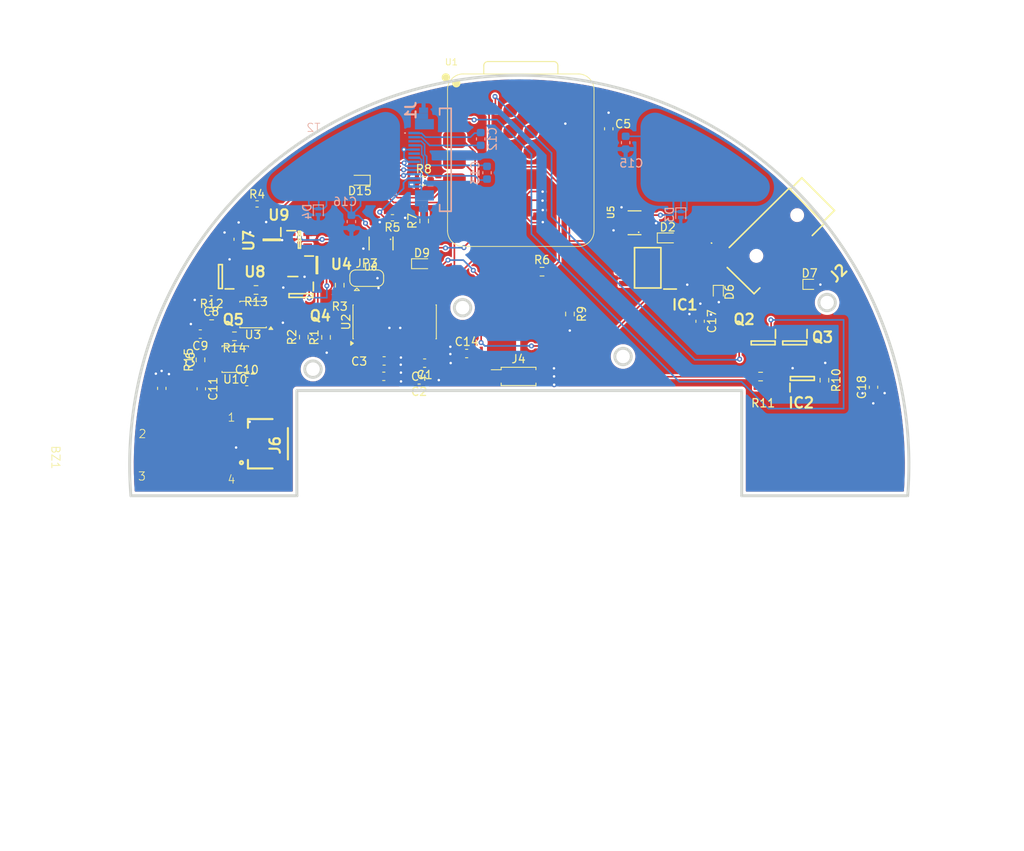
<source format=kicad_pcb>
(kicad_pcb (version 20241229) (generator "pcbnew") (generator_version "9.0")
  (layers (0 "F.Cu" signal) (2 "B.Cu" signal) (13 "F.Paste" user) (15 "B.Paste" user) (5 "F.SilkS" user "F.Silkscreen") (7 "B.SilkS" user "B.Silkscreen") (1 "F.Mask" user) (3 "B.Mask" user) (25 "Edge.Cuts" user))
  (net 0 "")
  (net 1 "Net-(U3-CV)")
  (net 2 "Net-(U3-DIS)")
  (net 3 "/trigg")
  (net 4 "Net-(U10-GND)")
  (net 5 "Net-(U10-CV)")
  (net 8 "VCC")
  (net 10 "GND")
  (net 11 "Net-(U2-INA+)")
  (net 12 "Net-(U2-INA-)")
  (net 13 "Net-(U2-VBG)")
  (net 14 "DOut")
  (net 15 "PD_SCK")
  (net 16 "Tare")
  (net 17 "Net-(JP3-A)")
  (net 18 "Net-(U1-GPIO0_A0_D0)")
  (net 19 "/V_BAT")
  (net 20 "SCL")
  (net 21 "SDA")
  (net 22 "Net-(IC2-VOUT)")
  (net 23 "Net-(Q2-D)")
  (net 24 "Net-(U3-R)")
  (net 25 "Net-(U10-DIS)")
  (net 27 "Net-(JP3-C)")
  (net 28 "/buzz_pull_down")
  (net 29 "/buzzer clk")
  (net 30 "Time")
  (net 31 "/T+")
  (net 32 "/T-")
  (net 33 "Net-(D15-A)")
  (net 35 "/touch2")
  (net 36 "/touch1")
  (net 37 "/timeORtare")
  (net 38 "/c12_2")
  (net 39 "/c12_1")
  (net 40 "/d15")
  (net 42 "SCK")
  (net 43 "SO")
  (net 44 "CS_N")
  (net 45 "Net-(J6-Pin_3)")
  (net 46 "/enable")
  (net 47 "/ble_keep_awake")
  (net 48 "/buzzer trigger")
  (net 49 "/R5")
  (net 58 "Net-(BZ1--)")
  (net 59 "/buzz_drive")
  (net 60 "/c13_1")
  (net 61 "/c13_2")
  (net 62 "Net-(U4-D)")
  (net 63 "Net-(U7-Q)")
  (net 65 "Net-(U8-Pad4)")
  (footprint "Capacitor_SMD:C_0603_1608Metric" (layer "F.Cu") (at 168.83 66.625 -90)
    (property "Reference" "C17" (at 0 -1.43 90) (layer "F.SilkS"))
    (property "Value" "0.1uF")
    (pad "1" smd roundrect (at -0.775 0 270) (size 0.9 0.95) (layers "F.Cu" "F.Mask" "F.Paste") (net 10 "GND"))
    (pad "2" smd roundrect (at 0.775 0 270) (size 0.9 0.95) (layers "F.Cu" "F.Mask" "F.Paste") (net 8 "VCC"))
  )
  (footprint "Capacitor_SMD:C_0603_1608Metric" (layer "F.Cu") (at 135.39 71.71 180)
    (property "Reference" "C1" (at 0 -1.43 0) (layer "F.SilkS"))
    (property "Value" "0.1uF")
    (pad "1" smd roundrect (at -0.775 0 180) (size 0.9 0.95) (layers "F.Cu" "F.Mask" "F.Paste") (net 11 "Net-(U2-INA+)"))
    (pad "2" smd roundrect (at 0.775 0 180) (size 0.9 0.95) (layers "F.Cu" "F.Mask" "F.Paste") (net 12 "Net-(U2-INA-)"))
  )
  (footprint "Diode_SMD:D_SOD-882" (layer "F.Cu") (at 171.04 63.07 -90)
    (property "Reference" "D6" (at 0 -1.35 90) (layer "F.SilkS"))
    (property "Value" "PESD3V3U1UL")
    (pad "1" smd roundrect (at -0.35 0 270) (size 0.4 0.7) (layers "F.Cu" "F.Mask") (roundrect_rratio 0.125) (net 31 "/T+"))
    (pad "2" smd roundrect (at 0.35 0 270) (size 0.4 0.7) (layers "F.Cu" "F.Mask") (roundrect_rratio 0.125) (net 10 "GND"))
  )
  (footprint "Resistor_SMD:R_0603_1608Metric" (layer "F.Cu") (at 108.18 71.31 90)
    (property "Reference" "R15" (at 0 -1.43 90) (layer "F.SilkS"))
    (property "Value" "R_US")
    (pad "1" smd roundrect (at -0.825 0 90) (size 0.8 0.95) (layers "F.Cu" "F.Mask" "F.Paste") (net 25 "Net-(U10-DIS)"))
    (pad "2" smd roundrect (at 0.825 0 90) (size 0.8 0.95) (layers "F.Cu" "F.Mask" "F.Paste") (net 3 "/trigg"))
  )
  (footprint "Resistor_SMD:R_0603_1608Metric" (layer "F.Cu") (at 176.17 73.34)
    (property "Reference" "R11" (at 0.31 3.23 0) (layer "F.SilkS"))
    (property "Value" "5K")
    (pad "1" smd roundrect (at -0.825 0) (size 0.8 0.95) (layers "F.Cu" "F.Mask" "F.Paste") (net 19 "/V_BAT"))
    (pad "2" smd roundrect (at 0.825 0) (size 0.8 0.95) (layers "F.Cu" "F.Mask" "F.Paste") (net 23 "Net-(Q2-D)"))
  )
  (footprint "Diode_SMD:D_SOD-523" (layer "F.Cu") (at 135.06 59.63)
    (property "Reference" "D9" (at 0 -1.3 0) (layer "F.SilkS"))
    (property "Value" "1N4148WT")
    (pad "1" smd roundrect (at -0.7 0 180) (size 0.6 0.7) (layers "F.Cu" "F.Mask" "F.Paste") (net 37 "/timeORtare"))
    (pad "2" smd roundrect (at 0.7 0 180) (size 0.6 0.7) (layers "F.Cu" "F.Mask" "F.Paste") (net 30 "Time"))
  )
  (footprint "Resistor_SMD:R_0603_1608Metric" (layer "F.Cu") (at 114.92 62.82 180)
    (property "Reference" "R13" (at 0 -1.43 0) (layer "F.SilkS"))
    (property "Value" "10K")
    (pad "1" smd roundrect (at -0.825 0 180) (size 0.8 0.95) (layers "F.Cu" "F.Mask" "F.Paste") (net 24 "Net-(U3-R)"))
    (pad "2" smd roundrect (at 0.825 0 180) (size 0.8 0.95) (layers "F.Cu" "F.Mask" "F.Paste") (net 8 "VCC"))
  )
  (footprint "Footprints:SOT23-6_touchpad_sensor" (layer "F.Cu") (at 130.1 57.17 180)
    (property "Reference" "U6" (at 1.27 -2.8704 0) (layer "F.SilkS") (effects (font (size 0.8 0.8))))
    (property "Value" "TTP223-BA6")
    (pad "1" smd rect (at -0.95 1.404 180) (size 0.6096 1.143) (layers "F.Cu" "F.Mask" "F.Paste") (net 30 "Time"))
    (pad "2" smd rect (at 0 1.404 180) (size 0.6096 1.143) (layers "F.Cu" "F.Mask" "F.Paste") (net 10 "GND"))
    (pad "3" smd rect (at 0.95 1.404 180) (size 0.6096 1.143) (layers "F.Cu" "F.Mask" "F.Paste") (net 35 "/touch2"))
    (pad "4" smd rect (at 0.95 -1.404 180) (size 0.6096 1.143) (layers "F.Cu" "F.Mask" "F.Paste") (net 10 "GND"))
    (pad "5" smd rect (at 0 -1.404 180) (size 0.6096 1.143) (layers "F.Cu" "F.Mask" "F.Paste") (net 8 "VCC"))
    (pad "6" smd rect (at -0.95 -1.404 180) (size 0.6096 1.143) (layers "F.Cu" "F.Mask" "F.Paste") (net 10 "GND"))
  )
  (footprint "Connector_PinHeader_2.00mm:PinHeader_2x01_P2.00mm_Vertical_SMD" (layer "F.Cu") (at 146.79 73.32)
    (property "Reference" "J4" (at 0 -2.11 0) (layer "F.SilkS"))
    (property "Value" "Battery Conn")
    (pad "1" smd rect (at -2.085 0) (size 2.58 1) (layers "F.Cu" "F.Mask" "F.Paste") (net 19 "/V_BAT"))
    (pad "2" smd rect (at 2.085 0) (size 2.58 1) (layers "F.Cu" "F.Mask" "F.Paste") (net 10 "GND"))
  )
  (footprint "Footprints:XIAO-ESP32C6-SMD (1)" (layer "F.Cu") (at 147.2866 47.0985)
    (property "Reference" "U1" (at -9.5 -11.5 0) (layer "F.SilkS") (effects (font (size 0.78232 0.78232) (thickness 0.10668)) (justify left bottom)))
    (property "Value" "XIAO-ESP32-S3-SMD")
    (pad "1" smd roundrect (at -8.2816 -7.5985) (size 2.75 2) (layers "F.Cu" "F.Mask" "F.Paste") (net 18 "Net-(U1-GPIO0_A0_D0)"))
    (pad "2" smd roundrect (at -8.2816 -5.0585) (size 2.75 2) (layers "F.Cu" "F.Mask" "F.Paste") (net 47 "/ble_keep_awake"))
    (pad "3" smd roundrect (at -8.2816 -2.5185) (size 2.75 2) (layers "F.Cu" "F.Mask" "F.Paste") (net 15 "PD_SCK"))
    (pad "4" smd roundrect (at -8.2816 0.0215) (size 2.75 2) (layers "F.Cu" "F.Mask" "F.Paste") (net 30 "Time"))
    (pad "5" smd roundrect (at -8.2816 2.5615) (size 2.75 2) (layers "F.Cu" "F.Mask" "F.Paste") (net 21 "SDA"))
    (pad "6" smd roundrect (at -8.2816 5.1015) (size 2.75 2) (layers "F.Cu" "F.Mask" "F.Paste") (net 20 "SCL"))
    (pad "7" smd roundrect (at -8.2816 7.6415) (size 2.75 2) (layers "F.Cu" "F.Mask" "F.Paste") (net 14 "DOut"))
    (pad "8" smd roundrect (at 7.8834 7.6415) (size 2.75 2) (layers "F.Cu" "F.Mask" "F.Paste") (net 44 "CS_N"))
    (pad "9" smd roundrect (at 7.8834 5.1015) (size 2.75 2) (layers "F.Cu" "F.Mask" "F.Paste") (net 42 "SCK"))
    (pad "10" smd roundrect (at 7.8834 2.5615) (size 2.75 2) (layers "F.Cu" "F.Mask" "F.Paste") (net 43 "SO"))
    (pad "11" smd roundrect (at 7.8834 0.0215) (size 2.75 2) (layers "F.Cu" "F.Mask" "F.Paste") (net 16 "Tare"))
    (pad "12" smd roundrect (at 7.8834 -2.5185) (size 2.75 2) (layers "F.Cu" "F.Mask" "F.Paste") (net 8 "VCC"))
    (pad "13" smd roundrect (at 7.8834 -5.0585) (size 2.75 2) (layers "F.Cu" "F.Mask" "F.Paste") (net 10 "GND"))
    (pad "14" smd roundrect (at 7.8834 -7.5985) (size 2.75 2) (layers "F.Cu" "F.Mask" "F.Paste"))
    (pad "15" smd roundrect (at -2.008 5.5532 270) (size 2.5 1.1) (layers "F.Cu" "F.Mask" "F.Paste") (net 19 "/V_BAT"))
    (pad "16" smd roundrect (at 0.532 5.5532 270) (size 2.5 1.1) (layers "F.Cu" "F.Mask" "F.Paste") (net 10 "GND"))
    (pad "17" smd circle (at -1.5 -8.62) (size 1.7 1.7) (layers "F.Cu" "F.Mask" "F.Paste"))
    (pad "18" smd circle (at 1.04 -8.62) (size 1.7 1.7) (layers "F.Cu" "F.Mask" "F.Paste"))
    (pad "19" smd circle (at -1.5 -6.08) (size 1.7 1.7) (layers "F.Cu" "F.Mask" "F.Paste") (net 46 "/enable"))
    (pad "20" smd circle (at 1.04 -6.08) (size 1.7 1.7) (layers "F.Cu" "F.Mask" "F.Paste"))
    (pad "21" smd circle (at -1.5 -3.54) (size 1.7 1.7) (layers "F.Cu" "F.Mask" "F.Paste"))
    (pad "22" smd circle (at 1.04 -3.54) (size 1.7 1.7) (layers "F.Cu" "F.Mask" "F.Paste"))
    (pad "23" smd circle (at -1.5 -1) (size 1.7 1.7) (layers "F.Cu" "F.Mask" "F.Paste"))
    (pad "24" smd circle (at 0.9474 -1.0568) (size 1.7 1.7) (layers "F.Cu" "F.Mask" "F.Paste"))
  )
  (footprint "Footprints:touchpad 2" (layer "F.Cu") (at 126.5 54.52)
    (property "Reference" "T2" (at -4.61 -11.41 0) (layer "B.SilkS") (effects (font (thickness 0.1)) (justify mirror)))
    (property "Value" "TouchPad")
    (fp_line (start -8.043956 -2.749992) (end 3.654589 -2.749992) (stroke (width 0.5)) (layer "B.Cu"))
    (fp_line (start -0.086805 -7.933522) (end -3.016328 -9.686971) (stroke (width 0.2)) (layer "B.Cu"))
    (fp_line (start -0.086805 -5.433522) (end -9.452515 -3.734262) (stroke (width 0.2)) (layer "B.Cu"))
    (fp_line (start 0.513195 -7.933522) (end 4.988777 -12.806205) (stroke (width 0.2)) (layer "B.Cu"))
    (fp_line (start 0.513195 -6.683522) (end 5.06108 -3.335775) (stroke (width 0.2)) (layer "B.Cu"))
    (fp_line (start 5.646868 -4.75) (end 5.646868 -11.576824) (stroke (width 0.5)) (layer "B.Cu"))
    (fp_arc (start -9.012515 -5.395354) (mid -3.016331 -9.686976) (end 3.592004 -12.95839) (stroke (width 0.5)) (layer "B.Cu"))
    (fp_arc (start -8.043956 -2.749992) (mid -9.452489 -3.734271) (end -9.012515 -5.395354) (stroke (width 0.5)) (layer "B.Cu"))
    (fp_arc (start 3.592004 -12.95839) (mid 4.983817 -12.809567) (end 5.646868 -11.576824) (stroke (width 0.5)) (layer "B.Cu"))
    (fp_arc (start 5.646868 -4.75) (mid 5.06381 -3.338511) (end 3.654589 -2.749992) (stroke (width 0.5)) (layer "B.Cu"))
    (fp_poly (pts (xy 4.983817 -12.809567) (xy 5.5 -12.25) (xy 5.646868 -4.25) (xy 4.25 -2.75) (xy -8.5 -2.749992) (xy -9.452515 -3.734262) (xy -9.452515 -4.5) (xy -9.012515 -5.395354) (xy -5.75 -8) (xy -1.5 -10.5) (xy 1.75 -12.25) (xy 3.592006 -12.95839) (xy 4.75 -12.95839) (xy 4.983817 -12.809562) (xy 4.988777 -12.806205) (xy 5 -12.806205)) (stroke (width 0.2)) (fill yes) (layer "B.Cu"))
    (pad "T2" smd rect (at -0.086805 -6.683522) (size 1.2 2.5) (layers "B.Cu" "B.Mask") (net 35 "/touch2"))
  )
  (footprint "Footprints:PRT12639_thermocouple_conn" (layer "F.Cu") (at 178.17 56.17 -135)
    (property "Reference" "J2" (at -2 -8.5 45) (layer "F.SilkS") (effects (font (size 1.27 1.27) (thickness 0.254))))
    (property "Value" "AudioJack4" (hide yes))
    (pad "" np_thru_hole circle (at -3.449999 0 225) (size 1.2 1.2) (drill 1.2) (layers "*.Cu" "*.Mask"))
    (pad "" np_thru_hole circle (at 3.55 0 225) (size 1.2 1.2) (drill 1.2) (layers "*.Cu" "*.Mask"))
    (pad "1" smd rect (at 6.249999 3.25 225) (size 1.2 2.5) (layers "F.Cu" "F.Mask" "F.Paste") (net 31 "/T+"))
    (pad "2" smd rect (at 5.15 -3.25 225) (size 1.2 2.5) (layers "F.Cu" "F.Mask" "F.Paste") (net 32 "/T-"))
    (pad "3" smd rect (at 1.15 -3.25 225) (size 1.2 2.5) (layers "F.Cu" "F.Mask" "F.Paste") (net 31 "/T+"))
    (pad "4" smd rect (at -1.850001 -3.25 225) (size 1.2 2.5) (layers "F.Cu" "F.Mask" "F.Paste") (net 32 "/T-"))
  )
  (footprint "Resistor_SMD:R_0603_1608Metric" (layer "F.Cu") (at 135.285 49.57)
    (property "Reference" "R8" (at 0 -1.43 0) (layer "F.SilkS"))
    (property "Value" "10K")
    (pad "1" smd roundrect (at -0.825 0) (size 0.8 0.95) (layers "F.Cu" "F.Mask" "F.Paste") (net 8 "VCC"))
    (pad "2" smd roundrect (at 0.825 0) (size 0.8 0.95) (layers "F.Cu" "F.Mask" "F.Paste") (net 21 "SDA"))
  )
  (footprint "Capacitor_SMD:C_0603_1608Metric" (layer "F.Cu") (at 108.28 74.83 -90)
    (property "Reference" "C11" (at 0 -1.43 90) (layer "F.SilkS"))
    (property "Value" "0.1u")
    (pad "1" smd roundrect (at -0.775 0 270) (size 0.9 0.95) (layers "F.Cu" "F.Mask" "F.Paste") (net 5 "Net-(U10-CV)"))
    (pad "2" smd roundrect (at 0.775 0 270) (size 0.9 0.95) (layers "F.Cu" "F.Mask" "F.Paste") (net 4 "Net-(U10-GND)"))
  )
  (footprint "Resistor_SMD:R_0603_1608Metric" (layer "F.Cu") (at 149.64 60.6)
    (property "Reference" "R6" (at 0 -1.43 0) (layer "F.SilkS"))
    (property "Value" "200K")
    (pad "1" smd roundrect (at -0.825 0) (size 0.8 0.95) (layers "F.Cu" "F.Mask" "F.Paste") (net 19 "/V_BAT"))
    (pad "2" smd roundrect (at 0.825 0) (size 0.8 0.95) (layers "F.Cu" "F.Mask" "F.Paste") (net 18 "Net-(U1-GPIO0_A0_D0)"))
  )
  (footprint "Footprints:SOT65P210X110-5N_NOT" (layer "F.Cu") (at 118.44 60.09 180)
    (property "Reference" "U8" (at 3.66 -0.53 0) (layer "F.SilkS") (effects (font (size 1.27 1.27) (thickness 0.254))))
    (property "Value" "74LVC1G04" (hide yes))
    (pad "1" smd rect (at -0.95 -0.65 270) (size 0.4 1.2) (layers "F.Cu" "F.Mask" "F.Paste"))
    (pad "2" smd rect (at -0.95 0 270) (size 0.4 1.2) (layers "F.Cu" "F.Mask" "F.Paste") (net 63 "Net-(U7-Q)"))
    (pad "3" smd rect (at -0.95 0.65 270) (size 0.4 1.2) (layers "F.Cu" "F.Mask" "F.Paste") (net 10 "GND"))
    (pad "4" smd rect (at 0.95 0.65 270) (size 0.4 1.2) (layers "F.Cu" "F.Mask" "F.Paste") (net 65 "Net-(U8-Pad4)"))
    (pad "5" smd rect (at 0.95 -0.65 270) (size 0.4 1.2) (layers "F.Cu" "F.Mask" "F.Paste") (net 8 "VCC"))
  )
  (footprint "Footprints:SOT95P230X110-3N" (layer "F.Cu") (at 176.48 69.25 -90)
    (property "Reference" "Q2" (at -2.86 2.31 180) (layer "F.SilkS") (effects (font (size 1.27 1.27) (thickness 0.254))))
    (property "Value" "NX138AKR" (hide yes))
    (pad "1" smd rect (at -1.1 -0.95) (size 0.6 1.05) (layers "F.Cu" "F.Mask" "F.Paste") (net 47 "/ble_keep_awake"))
    (pad "2" smd rect (at -1.1 0.95) (size 0.6 1.05) (layers "F.Cu" "F.Mask" "F.Paste") (net 46 "/enable"))
    (pad "3" smd rect (at 1.1 0) (size 0.6 1.05) (layers "F.Cu" "F.Mask" "F.Paste") (net 23 "Net-(Q2-D)"))
  )
  (footprint "Capacitor_SMD:C_0603_1608Metric" (layer "F.Cu") (at 108.155 68.18 180)
    (property "Reference" "C9" (at 0 -1.43 0) (layer "F.SilkS"))
    (property "Value" "1u")
    (pad "1" smd roundrect (at -0.775 0 180) (size 0.9 0.95) (layers "F.Cu" "F.Mask" "F.Paste") (net 2 "Net-(U3-DIS)"))
    (pad "2" smd roundrect (at 0.775 0 180) (size 0.9 0.95) (layers "F.Cu" "F.Mask" "F.Paste") (net 10 "GND"))
  )
  (footprint "Footprints:touchpad" (layer "F.Cu") (at 170.56 51.92)
    (property "Reference" "T1" (hide yes))
    (property "Value" "TouchPad" (hide yes))
    (fp_line (start -8.707153 -2.066478) (end -8.707153 -8.893302) (stroke (width 0.5)) (layer "B.Cu"))
    (fp_line (start -8.5 -4.75) (end -4.25 -9) (stroke (width 0.2)) (layer "B.Cu"))
    (fp_line (start -8.25 -4.75) (end -2 -8) (stroke (width 0.2)) (layer "B.Cu"))
    (fp_line (start -4.25 -9) (end -4 -4.25) (stroke (width 0.2)) (layer "B.Cu"))
    (fp_line (start -4 -4.25) (end -8.25 -4.75) (stroke (width 0.2)) (layer "B.Cu"))
    (fp_line (start -3.5 -3.75) (end 0.5 -6.5) (stroke (width 0.2)) (layer "B.Cu"))
    (fp_line (start -2.5 0) (end -8.5 -4.75) (stroke (width 0.2)) (layer "B.Cu"))
    (fp_line (start 0.5 -6.5) (end -2.5 0) (stroke (width 0.2)) (layer "B.Cu"))
    (fp_line (start 4.983671 -0.06647) (end -6.714874 -0.06647) (stroke (width 0.5)) (layer "B.Cu"))
    (fp_arc (start -8.707153 -8.893302) (mid -8.044097 -10.126036) (end -6.652289 -10.274868) (stroke (width 0.5)) (layer "B.Cu"))
    (fp_arc (start -6.714874 -0.06647) (mid -8.124096 -0.654989) (end -8.707153 -2.066478) (stroke (width 0.5)) (layer "B.Cu"))
    (fp_arc (start -6.652289 -10.274868) (mid -0.043957 -7.003449) (end 5.95223 -2.711832) (stroke (width 0.5)) (layer "B.Cu"))
    (fp_arc (start 5.95223 -2.711832) (mid 6.39223 -1.05074) (end 4.983671 -0.06647) (stroke (width 0.5)) (layer "B.Cu"))
    (fp_poly (pts (xy -8.044097 -10.126036) (xy -7.761942 -10.274868) (xy -6.652289 -10.274868) (xy -2 -8) (xy 2 -5.75) (xy 5.95223 -2.711832) (xy 6.39223 -2.082174) (xy 6.39223 -1.05074) (xy 4.983671 -0.066471) (xy -6.714874 -0.06647) (xy -8.124096 -0.654991) (xy -8.124096 -0.654989) (xy -8.5 -1.25) (xy -8.75 -2.75) (xy -8.707153 -8.893302) (xy -8.707153 -9.5) (xy -8.25 -10)) (stroke (width 0.2)) (fill yes) (layer "B.Cu"))
    (pad "T1" smd rect (at -3.5 -3.5) (size 1.2 2.5) (layers "B.Cu" "B.Mask") (net 36 "/touch1"))
  )
  (footprint "Jumper:SolderJumper-3_P1.3mm_Open_RoundedPad1.0x1.5mm" (layer "F.Cu") (at 128.36 61.39)
    (property "Reference" "JP3" (at 0 -1.8 0) (layer "F.SilkS"))
    (property "Value" "rate setting")
    (pad "1" smd custom (at -1.3 0) (size 1 0.5) (layers "F.Cu" "F.Mask") (net 17 "Net-(JP3-A)") (options (clearance outline) (anchor rect)) (primitives (gr_circle (center 0 0.25) (end 0.5 0.25) (width 0) (fill yes)) (gr_circle (center 0 -0.25) (end 0.5 -0.25) (width 0) (fill yes)) (gr_poly (pts (xy 0.55 0.75) (xy 0 0.75) (xy 0 -0.75) (xy 0.55 -0.75)) (width 0) (fill yes))))
    (pad "2" smd rect (at 0 0) (size 1 1.5) (layers "F.Cu" "F.Mask") (net 27 "Net-(JP3-C)"))
    (pad "3" smd custom (at 1.3 0) (size 1 0.5) (layers "F.Cu" "F.Mask") (net 10 "GND") (options (clearance outline) (anchor rect)) (primitives (gr_circle (center 0 0.25) (end 0.5 0.25) (width 0) (fill yes)) (gr_circle (center 0 -0.25) (end 0.5 -0.25) (width 0) (fill yes)) (gr_poly (pts (xy 0 0.75) (xy -0.55 0.75) (xy -0.55 -0.75) (xy 0 -0.75)) (width 0) (fill yes))))
  )
  (footprint "Capacitor_SMD:C_0603_1608Metric" (layer "F.Cu") (at 134.72 73.74 180)
    (property "Reference" "C2" (at 0 -1.43 0) (layer "F.SilkS"))
    (property "Value" "0.1uF")
    (pad "1" smd roundrect (at -0.775 0 180) (size 0.9 0.95) (layers "F.Cu" "F.Mask" "F.Paste") (net 10 "GND"))
    (pad "2" smd roundrect (at 0.775 0 180) (size 0.9 0.95) (layers "F.Cu" "F.Mask" "F.Paste") (net 13 "Net-(U2-VBG)"))
  )
  (footprint "Capacitor_SMD:C_0603_1608Metric" (layer "F.Cu") (at 113.8 73.95)
    (property "Reference" "C10" (at 0 -1.43 0) (layer "F.SilkS"))
    (property "Value" "0.1u")
    (pad "1" smd roundrect (at -0.775 0) (size 0.9 0.95) (layers "F.Cu" "F.Mask" "F.Paste") (net 3 "/trigg"))
    (pad "2" smd roundrect (at 0.775 0) (size 0.9 0.95) (layers "F.Cu" "F.Mask" "F.Paste") (net 4 "Net-(U10-GND)"))
  )
  (footprint "Capacitor_SMD:C_0603_1608Metric" (layer "F.Cu") (at 130.43 73.31 180)
    (property "Reference" "C4" (at -4.28 -0.03 0) (layer "F.SilkS"))
    (property "Value" "0.1uF")
    (pad "1" smd roundrect (at -0.775 0 180) (size 0.9 0.95) (layers "F.Cu" "F.Mask" "F.Paste") (net 10 "GND"))
    (pad "2" smd roundrect (at 0.775 0 180) (size 0.9 0.95) (layers "F.Cu" "F.Mask" "F.Paste") (net 8 "VCC"))
  )
  (footprint "Resistor_SMD:R_0603_1608Metric" (layer "F.Cu") (at 153.03 65.74 -90)
    (property "Reference" "R9" (at 0 -1.43 90) (layer "F.SilkS"))
    (property "Value" "200K")
    (pad "1" smd roundrect (at -0.825 0 270) (size 0.8 0.95) (layers "F.Cu" "F.Mask" "F.Paste") (net 18 "Net-(U1-GPIO0_A0_D0)"))
    (pad "2" smd roundrect (at 0.825 0 270) (size 0.8 0.95) (layers "F.Cu" "F.Mask" "F.Paste") (net 10 "GND"))
  )
  (footprint "Resistor_SMD:R_0603_1608Metric" (layer "F.Cu") (at 120.72 68.55 90)
    (property "Reference" "R2" (at 0 -1.43 90) (layer "F.SilkS"))
    (property "Value" "100")
    (pad "1" smd roundrect (at -0.825 0 90) (size 0.8 0.95) (layers "F.Cu" "F.Mask" "F.Paste") (net 45 "Net-(J6-Pin_3)"))
    (pad "2" smd roundrect (at 0.825 0 90) (size 0.8 0.95) (layers "F.Cu" "F.Mask" "F.Paste") (net 11 "Net-(U2-INA+)"))
  )
  (footprint "Resistor_SMD:R_0603_1608Metric" (layer "F.Cu") (at 123.42 68.58 90)
    (property "Reference" "R1" (at 0 -1.43 90) (layer "F.SilkS"))
    (property "Value" "100")
    (pad "1" smd roundrect (at -0.825 0 90) (size 0.8 0.95) (layers "F.Cu" "F.Mask" "F.Paste") (net 10 "GND"))
    (pad "2" smd roundrect (at 0.825 0 90) (size 0.8 0.95) (layers "F.Cu" "F.Mask" "F.Paste") (net 12 "Net-(U2-INA-)"))
  )
  (footprint "Footprints:SOT65P212X110-5N_D_FF" (layer "F.Cu") (at 116.83 56.73 -90)
    (property "Reference" "U7" (at 0.1 2.79 90) (layer "F.SilkS") (effects (font (size 1.27 1.27) (thickness 0.254))))
    (property "Value" "74LVC1G79GW-Q100H" (hide yes))
    (pad "1" smd rect (at -0.95 -0.65) (size 0.4 1.05) (layers "F.Cu" "F.Mask" "F.Paste") (net 37 "/timeORtare"))
    (pad "2" smd rect (at -0.95 0) (size 0.4 1.05) (layers "F.Cu" "F.Mask" "F.Paste") (net 29 "/buzzer clk"))
    (pad "3" smd rect (at -0.95 0.65) (size 0.4 1.05) (layers "F.Cu" "F.Mask" "F.Paste") (net 10 "GND"))
    (pad "4" smd rect (at 0.95 0.65) (size 0.4 1.05) (layers "F.Cu" "F.Mask" "F.Paste") (net 63 "Net-(U7-Q)"))
    (pad "5" smd rect (at 0.95 -0.65) (size 0.4 1.05) (layers "F.Cu" "F.Mask" "F.Paste") (net 8 "VCC"))
  )
  (footprint "Diode_SMD:D_SOD-523" (layer "F.Cu") (at 164.8925 56.5)
    (property "Reference" "D2" (at 0 -1.3 0) (layer "F.SilkS"))
    (property "Value" "1N4148WT")
    (pad "1" smd roundrect (at -0.7 0 180) (size 0.6 0.7) (layers "F.Cu" "F.Mask" "F.Paste") (net 37 "/timeORtare"))
    (pad "2" smd roundrect (at 0.7 0 180) (size 0.6 0.7) (layers "F.Cu" "F.Mask" "F.Paste") (net 16 "Tare"))
  )
  (footprint "Footprints:SOT95P230X110-3N" (layer "F.Cu") (at 110.6 61.19 180)
    (property "Reference" "Q5" (at -1.56 -5.23 0) (layer "F.SilkS") (effects (font (size 1.27 1.27) (thickness 0.254))))
    (property "Value" "NX138AKR" (hide yes))
    (pad "1" smd rect (at -1.1 -0.95 270) (size 0.6 1.05) (layers "F.Cu" "F.Mask" "F.Paste") (net 59 "/buzz_drive"))
    (pad "2" smd rect (at -1.1 0.95 270) (size 0.6 1.05) (layers "F.Cu" "F.Mask" "F.Paste") (net 10 "GND"))
    (pad "3" smd rect (at 1.1 0 270) (size 0.6 1.05) (layers "F.Cu" "F.Mask" "F.Paste") (net 58 "Net-(BZ1--)"))
  )
  (footprint "Resistor_SMD:R_0402_1005Metric" (layer "F.Cu") (at 115.05 52.37)
    (property "Reference" "R4" (at 0 -1.17 0) (layer "F.SilkS"))
    (property "Value" "10K")
    (pad "1" smd roundrect (at -0.51 0) (size 0.54 0.64) (layers "F.Cu" "F.Mask" "F.Paste") (net 8 "VCC"))
    (pad "2" smd roundrect (at 0.51 0) (size 0.54 0.64) (layers "F.Cu" "F.Mask" "F.Paste") (net 33 "Net-(D15-A)"))
  )
  (footprint "Capacitor_SMD:C_0603_1608Metric" (layer "F.Cu") (at 109.475 64.03 180)
    (property "Reference" "C8" (at 0 -1.43 0) (layer "F.SilkS"))
    (property "Value" "0.1u")
    (pad "1" smd roundrect (at -0.775 0 180) (size 0.9 0.95) (layers "F.Cu" "F.Mask" "F.Paste") (net 1 "Net-(U3-CV)"))
    (pad "2" smd roundrect (at 0.775 0 180) (size 0.9 0.95) (layers "F.Cu" "F.Mask" "F.Paste") (net 10 "GND"))
  )
  (footprint "Capacitor_SMD:C_0603_1608Metric" (layer "F.Cu") (at 103.48 74.775 90)
    (property "Reference" "C6" (at 3.475 3.47 90) (layer "F.SilkS"))
    (property "Value" "0.1uF")
    (pad "1" smd roundrect (at -0.775 0 90) (size 0.9 0.95) (layers "F.Cu" "F.Mask" "F.Paste") (net 8 "VCC"))
    (pad "2" smd roundrect (at 0.775 0 90) (size 0.9 0.95) (layers "F.Cu" "F.Mask" "F.Paste") (net 10 "GND"))
  )
  (footprint "Diode_SMD:D_SOD-882" (layer "F.Cu") (at 182.12 62.14)
    (property "Reference" "D7" (at 0 -1.35 0) (layer "F.SilkS"))
    (property "Value" "PESD3V3U1UL")
    (pad "1" smd roundrect (at -0.35 0) (size 0.4 0.7) (layers "F.Cu" "F.Mask") (roundrect_rratio 0.125) (net 32 "/T-"))
    (pad "2" smd roundrect (at 0.35 0) (size 0.4 0.7) (layers "F.Cu" "F.Mask") (roundrect_rratio 0.125) (net 10 "GND"))
  )
  (footprint "Resistor_SMD:R_0402_1005Metric" (layer "F.Cu") (at 131.48 54.05 180)
    (property "Reference" "R5" (at 0 -1.17 0) (layer "F.SilkS"))
    (property "Value" "330K")
    (pad "1" smd roundrect (at -0.51 0 180) (size 0.54 0.64) (layers "F.Cu" "F.Mask" "F.Paste") (net 10 "GND"))
    (pad "2" smd roundrect (at 0.51 0 180) (size 0.54 0.64) (layers "F.Cu" "F.Mask" "F.Paste") (net 49 "/R5"))
  )
  (footprint "Footprints:SOT95P230X110-3N" (layer "F.Cu") (at 120.38 63.5 -90)
    (property "Reference" "Q4" (at 2.46 -2.34 180) (layer "F.SilkS") (effects (font (size 1.27 1.27) (thickness 0.254))))
    (property "Value" "NX138AKR" (hide yes))
    (pad "1" smd rect (at -1.1 -0.95) (size 0.6 1.05) (layers "F.Cu" "F.Mask" "F.Paste") (net 48 "/buzzer trigger"))
    (pad "2" smd rect (at -1.1 0.95) (size 0.6 1.05) (layers "F.Cu" "F.Mask" "F.Paste") (net 10 "GND"))
    (pad "3" smd rect (at 1.1 0) (size 0.6 1.05) (layers "F.Cu" "F.Mask" "F.Paste") (net 28 "/buzz_pull_down"))
  )
  (footprint "Capacitor_SMD:C_0603_1608Metric" (layer "F.Cu") (at 140.49 70.54)
    (property "Reference" "C14" (at 0 -1.43 0) (layer "F.SilkS"))
    (property "Value" "1uF")
    (pad "1" smd roundrect (at -0.775 0) (size 0.9 0.95) (layers "F.Cu" "F.Mask" "F.Paste") (net 10 "GND"))
    (pad "2" smd roundrect (at 0.775 0) (size 0.9 0.95) (layers "F.Cu" "F.Mask" "F.Paste") (net 8 "VCC"))
  )
  (footprint "Footprints:SOT65P212X110-5N_AND" (layer "F.Cu") (at 120.19 56.72)
    (property "Reference" "U9" (at -2.5 -3 0) (layer "F.SilkS") (effects (font (size 1.27 1.27) (thickness 0.254))))
    (property "Value" "74LVC1G08" (hide yes))
    (pad "1" smd rect (at -1 -0.65 90) (size 0.4 1.05) (layers "F.Cu" "F.Mask" "F.Paste") (net 65 "Net-(U8-Pad4)"))
    (pad "2" smd rect (at -1 0 90) (size 0.4 1.05) (layers "F.Cu" "F.Mask" "F.Paste") (net 37 "/timeORtare"))
    (pad "3" smd rect (at -1 0.65 90) (size 0.4 1.05) (layers "F.Cu" "F.Mask" "F.Paste") (net 10 "GND"))
    (pad "4" smd rect (at 1 0.65 90) (size 0.4 1.05) (layers "F.Cu" "F.Mask" "F.Paste") (net 62 "Net-(U4-D)"))
    (pad "5" smd rect (at 1 -0.65 90) (size 0.4 1.05) (layers "F.Cu" "F.Mask" "F.Paste") (net 8 "VCC"))
  )
  (footprint "Resistor_SMD:R_0603_1608Metric" (layer "F.Cu") (at 125.08 62.24 -90)
    (property "Reference" "R3" (at 2.59 0 180) (layer "F.SilkS"))
    (property "Value" "10K")
    (pad "1" smd roundrect (at -0.825 0 270) (size 0.8 0.95) (layers "F.Cu" "F.Mask" "F.Paste") (net 17 "Net-(JP3-A)"))
    (pad "2" smd roundrect (at 0.825 0 270) (size 0.8 0.95) (layers "F.Cu" "F.Mask" "F.Paste") (net 8 "VCC"))
  )
  (footprint "Footprints:SM04B-SRSS-TB_LFSN_" (layer "F.Cu") (at 118.789685 84.5 90)
    (property "Reference" "J6" (at 2.822 -1.556 90) (layer "F.SilkS") (effects (font (size 1.27 1.27) (thickness 0.254))))
    (property "Value" "Conn_01x04_MountingPin" (hide yes))
    (pad "1" smd rect (at 1.5 -4.661 90) (size 0.6 1.55) (layers "F.Cu" "F.Mask" "F.Paste") (net 8 "VCC"))
    (pad "2" smd rect (at 2.5 -4.661 90) (size 0.6 1.55) (layers "F.Cu" "F.Mask" "F.Paste") (net 10 "GND"))
    (pad "3" smd rect (at 3.5 -4.661 90) (size 0.6 1.55) (layers "F.Cu" "F.Mask" "F.Paste") (net 45 "Net-(J6-Pin_3)"))
    (pad "4" smd rect (at 4.5 -4.661 90) (size 0.6 1.55) (layers "F.Cu" "F.Mask" "F.Paste") (net 10 "GND"))
    (pad "5" smd rect (at 0.2 -0.786 90) (size 1.2 1.8) (layers "F.Cu" "F.Mask" "F.Paste"))
    (pad "6" smd rect (at 5.8 -0.786 90) (size 1.2 1.8) (layers "F.Cu" "F.Mask" "F.Paste"))
  )
  (footprint "Footprints:SOT95P240X115-3N_Hall effect" (layer "F.Cu") (at 181.24 73.57 90)
    (property "Reference" "IC2" (at -2.96 -0.14 180) (layer "F.SilkS") (effects (font (size 1.27 1.27) (thickness 0.254))))
    (property "Value" "APS11753KMDALX-9PL5" (hide yes))
    (pad "1" smd rect (at -1.1 -0.95 180) (size 0.6 1.05) (layers "F.Cu" "F.Mask" "F.Paste") (net 19 "/V_BAT"))
    (pad "2" smd rect (at -1.1 0.95 180) (size 0.6 1.05) (layers "F.Cu" "F.Mask" "F.Paste") (net 22 "Net-(IC2-VOUT)"))
    (pad "3" smd rect (at 1.1 0 180) (size 0.6 1.05) (layers "F.Cu" "F.Mask" "F.Paste") (net 10 "GND"))
  )
  (footprint "Capacitor_SMD:C_0603_1608Metric" (layer "F.Cu") (at 157.74 43.245 90)
    (property "Reference" "C5" (at 0.585 1.74 180) (layer "F.SilkS"))
    (property "Value" "10uF")
    (pad "1" smd roundrect (at -0.775 0 90) (size 0.9 0.95) (layers "F.Cu" "F.Mask" "F.Paste") (net 8 "VCC"))
    (pad "2" smd roundrect (at 0.775 0 90) (size 0.9 0.95) (layers "F.Cu" "F.Mask" "F.Paste") (net 10 "GND"))
  )
  (footprint "Diode_SMD:D_SOD-523" (layer "F.Cu") (at 127.52 49.49 180)
    (property "Reference" "D15" (at 0 -1.3 0) (layer "F.SilkS"))
    (property "Value" "1N4148WT")
    (pad "1" smd roundrect (at -0.7 0) (size 0.6 0.7) (layers "F.Cu" "F.Mask" "F.Paste") (net 40 "/d15"))
    (pad "2" smd roundrect (at 0.7 0) (size 0.6 0.7) (layers "F.Cu" "F.Mask" "F.Paste") (net 33 "Net-(D15-A)"))
  )
  (footprint "Package_SO:VSSOP-8_3x3mm_P0.65mm" (layer "F.Cu") (at 112.4 71.2225 180)
    (property "Reference" "U10" (at 0 -2.45 0) (layer "F.SilkS"))
    (property "Value" "LMC555xMM")
    (pad "1" smd roundrect (at -2.1125 -0.975 180) (size 1.625 0.5) (layers "F.Cu" "F.Mask" "F.Paste") (net 4 "Net-(U10-GND)"))
    (pad "2" smd roundrect (at -2.1125 -0.325 180) (size 1.625 0.5) (layers "F.Cu" "F.Mask" "F.Paste") (net 3 "/trigg"))
    (pad "3" smd roundrect (at -2.1125 0.325 180) (size 1.625 0.5) (layers "F.Cu" "F.Mask" "F.Paste") (net 29 "/buzzer clk"))
    (pad "4" smd roundrect (at -2.1125 0.975 180) (size 1.625 0.5) (layers "F.Cu" "F.Mask" "F.Paste") (net 8 "VCC"))
    (pad "5" smd roundrect (at 2.1125 0.975 180) (size 1.625 0.5) (layers "F.Cu" "F.Mask" "F.Paste") (net 5 "Net-(U10-CV)"))
    (pad "6" smd roundrect (at 2.1125 0.325 180) (size 1.625 0.5) (layers "F.Cu" "F.Mask" "F.Paste") (net 3 "/trigg"))
    (pad "7" smd roundrect (at 2.1125 -0.325 180) (size 1.625 0.5) (layers "F.Cu" "F.Mask" "F.Paste") (net 25 "Net-(U10-DIS)"))
    (pad "8" smd roundrect (at 2.1125 -0.975 180) (size 1.625 0.5) (layers "F.Cu" "F.Mask" "F.Paste") (net 8 "VCC"))
  )
  (footprint "Footprints:SOT95P230X110-3N" (layer "F.Cu") (at 180.31 69.25 -90)
    (property "Reference" "Q3" (at -0.69 -3.38 0) (layer "F.SilkS") (effects (font (size 1.27 1.27) (thickness 0.254))))
    (property "Value" "NX138AKR" (hide yes))
    (pad "1" smd rect (at -1.1 -0.95) (size 0.6 1.05) (layers "F.Cu" "F.Mask" "F.Paste") (net 22 "Net-(IC2-VOUT)"))
    (pad "2" smd rect (at -1.1 0.95) (size 0.6 1.05) (layers "F.Cu" "F.Mask" "F.Paste") (net 46 "/enable"))
    (pad "3" smd rect (at 1.1 0) (size 0.6 1.05) (layers "F.Cu" "F.Mask" "F.Paste") (net 23 "Net-(Q2-D)"))
  )
  (footprint "Footprints:CL7525A_buzzer" (layer "F.Cu") (at 96.84 82.66 -90)
    (property "Reference" "BZ1" (at 0.5 6.25 270) (layer "F.SilkS") (effects (font (thickness 0.1))))
    (property "Value" "Buzzer")
    (fp_text user "3" (at 3.38 -3.69 0) (layer "F.SilkS") (effects (font (thickness 0.1)) (justify left bottom)))
    (fp_text user "2" (at -1.77 -3.75 0) (layer "F.SilkS") (effects (font (thickness 0.1)) (justify left bottom)))
    (fp_text user "4" (at 3.77 -14.56 0) (layer "F.SilkS") (effects (font (thickness 0.1)) (justify left bottom)))
    (fp_text user "1" (at -3.78 -14.56 0) (layer "F.SilkS") (effects (font (thickness 0.1)) (justify left bottom)))
    (pad "1" smd rect (at -3.25 -12 180) (size 2 2) (layers "F.Cu" "F.Mask" "F.Paste") (net 8 "VCC"))
    (pad "2" smd rect (at -3.25 -6.5 180) (size 2 2) (layers "F.Cu" "F.Mask" "F.Paste") (net 58 "Net-(BZ1--)"))
    (pad "3" smd rect (at 2.25 -6.5 180) (size 2 2) (layers "F.Cu" "F.Mask" "F.Paste") (net 10 "GND"))
    (pad "4" smd rect (at 2.25 -12 180) (size 2 2) (layers "F.Cu" "F.Mask" "F.Paste") (net 10 "GND"))
  )
  (footprint "Package_SO:SOIC-16_3.9x9.9mm_P1.27mm" (layer "F.Cu") (at 131.7475 66.7 90)
    (property "Reference" "U2" (at 0 -5.9 90) (layer "F.SilkS"))
    (property "Value" "HX711")
    (pad "1" smd roundrect (at -2.475 -4.445 90) (size 1.95 0.6) (layers "F.Cu" "F.Mask" "F.Paste") (net 8 "VCC"))
    (pad "2" smd roundrect (at -2.475 -3.175 90) (size 1.95 0.6) (layers "F.Cu" "F.Mask" "F.Paste"))
    (pad "3" smd roundrect (at -2.475 -1.905 90) (size 1.95 0.6) (layers "F.Cu" "F.Mask" "F.Paste") (net 8 "VCC"))
    (pad "4" smd roundrect (at -2.475 -0.635 90) (size 1.95 0.6) (layers "F.Cu" "F.Mask" "F.Paste") (net 10 "GND"))
    (pad "5" smd roundrect (at -2.475 0.635 90) (size 1.95 0.6) (layers "F.Cu" "F.Mask" "F.Paste") (net 10 "GND"))
    (pad "6" smd roundrect (at -2.475 1.905 90) (size 1.95 0.6) (layers "F.Cu" "F.Mask" "F.Paste") (net 13 "Net-(U2-VBG)"))
    (pad "7" smd roundrect (at -2.475 3.175 90) (size 1.95 0.6) (layers "F.Cu" "F.Mask" "F.Paste") (net 12 "Net-(U2-INA-)"))
    (pad "8" smd roundrect (at -2.475 4.445 90) (size 1.95 0.6) (layers "F.Cu" "F.Mask" "F.Paste") (net 11 "Net-(U2-INA+)"))
    (pad "9" smd roundrect (at 2.475 4.445 90) (size 1.95 0.6) (layers "F.Cu" "F.Mask" "F.Paste"))
    (pad "10" smd roundrect (at 2.475 3.175 90) (size 1.95 0.6) (layers "F.Cu" "F.Mask" "F.Paste"))
    (pad "11" smd roundrect (at 2.475 1.905 90) (size 1.95 0.6) (layers "F.Cu" "F.Mask" "F.Paste") (net 15 "PD_SCK"))
    (pad "12" smd roundrect (at 2.475 0.635 90) (size 1.95 0.6) (layers "F.Cu" "F.Mask" "F.Paste") (net 14 "DOut"))
    (pad "13" smd roundrect (at 2.475 -0.635 90) (size 1.95 0.6) (layers "F.Cu" "F.Mask" "F.Paste"))
    (pad "14" smd roundrect (at 2.475 -1.905 90) (size 1.95 0.6) (layers "F.Cu" "F.Mask" "F.Paste") (net 10 "GND"))
    (pad "15" smd roundrect (at 2.475 -3.175 90) (size 1.95 0.6) (layers "F.Cu" "F.Mask" "F.Paste") (net 27 "Net-(JP3-C)"))
    (pad "16" smd roundrect (at 2.475 -4.445 90) (size 1.95 0.6) (layers "F.Cu" "F.Mask" "F.Paste") (net 8 "VCC"))
  )
  (footprint "Capacitor_SMD:C_0603_1608Metric" (layer "F.Cu") (at 112.76 56.665 90)
    (property "Reference" "C7" (hide yes))
    (property "Value" "0.1uF")
    (pad "1" smd roundrect (at -0.775 0 90) (size 0.9 0.95) (layers "F.Cu" "F.Mask" "F.Paste") (net 8 "VCC"))
    (pad "2" smd roundrect (at 0.775 0 90) (size 0.9 0.95) (layers "F.Cu" "F.Mask" "F.Paste") (net 10 "GND"))
  )
  (footprint "Capacitor_SMD:C_0603_1608Metric" (layer "F.Cu") (at 189.88 74.635 90)
    (property "Reference" "C18" (at 0 -1.43 90) (layer "F.SilkS"))
    (property "Value" "1uF")
    (pad "1" smd roundrect (at -0.775 0 90) (size 0.9 0.95) (layers "F.Cu" "F.Mask" "F.Paste") (net 10 "GND"))
    (pad "2" smd roundrect (at 0.775 0 90) (size 0.9 0.95) (layers "F.Cu" "F.Mask" "F.Paste") (net 8 "VCC"))
  )
  (footprint "Footprints:SOIC127P600X175-8N_MAX6675" (layer "F.Cu") (at 162.47 60.13 180)
    (property "Reference" "IC1" (at -4.5 -4.5 0) (layer "F.SilkS") (effects (font (size 1.27 1.27) (thickness 0.254))))
    (property "Value" "MAX6675ISA+T" (hide yes))
    (pad "1" smd rect (at -2.712 -1.905 270) (size 0.65 1.525) (layers "F.Cu" "F.Mask" "F.Paste") (net 10 "GND"))
    (pad "2" smd rect (at -2.712 -0.635 270) (size 0.65 1.525) (layers "F.Cu" "F.Mask" "F.Paste") (net 31 "/T+"))
    (pad "3" smd rect (at -2.712 0.635 270) (size 0.65 1.525) (layers "F.Cu" "F.Mask" "F.Paste") (net 32 "/T-"))
    (pad "4" smd rect (at -2.712 1.905 270) (size 0.65 1.525) (layers "F.Cu" "F.Mask" "F.Paste") (net 8 "VCC"))
    (pad "5" smd rect (at 2.712 1.905 270) (size 0.65 1.525) (layers "F.Cu" "F.Mask" "F.Paste") (net 42 "SCK"))
    (pad "6" smd rect (at 2.712 0.635 270) (size 0.65 1.525) (layers "F.Cu" "F.Mask" "F.Paste") (net 44 "CS_N"))
    (pad "7" smd rect (at 2.712 -0.635 270) (size 0.65 1.525) (layers "F.Cu" "F.Mask" "F.Paste") (net 43 "SO"))
    (pad "8" smd rect (at 2.712 -1.905 270) (size 0.65 1.525) (layers "F.Cu" "F.Mask" "F.Paste"))
  )
  (footprint "Resistor_SMD:R_0603_1608Metric" (layer "F.Cu") (at 183.92 73.78 90)
    (property "Reference" "R10" (at 0 1.43 90) (layer "F.SilkS"))
    (property "Value" "1K")
    (pad "1" smd roundrect (at -0.825 0 90) (size 0.8 0.95) (layers "F.Cu" "F.Mask" "F.Paste") (net 22 "Net-(IC2-VOUT)"))
    (pad "2" smd roundrect (at 0.825 0 90) (size 0.8 0.95) (layers "F.Cu" "F.Mask" "F.Paste") (net 10 "GND"))
  )
  (footprint "Resistor_SMD:R_0603_1608Metric" (layer "F.Cu") (at 112.3 68.45 180)
    (property "Reference" "R14" (at 0 -1.43 0) (layer "F.SilkS"))
    (property "Value" "R_US")
    (pad "1" smd roundrect (at -0.825 0 180) (size 0.8 0.95) (layers "F.Cu" "F.Mask" "F.Paste") (net 8 "VCC"))
    (pad "2" smd roundrect (at 0.825 0 180) (size 0.8 0.95) (layers "F.Cu" "F.Mask" "F.Paste") (net 25 "Net-(U10-DIS)"))
  )
  (footprint "Footprints:SOT23-6_touchpad_sensor" (layer "F.Cu") (at 160.87 54.66 90)
    (property "Reference" "U5" (at 1.27 -2.8704 90) (layer "F.SilkS") (effects (font (size 0.8 0.8))))
    (property "Value" "TTP223-BA6")
    (pad "1" smd rect (at -0.95 1.404 90) (size 0.6096 1.143) (layers "F.Cu" "F.Mask" "F.Paste") (net 16 "Tare"))
    (pad "2" smd rect (at 0 1.404 90) (size 0.6096 1.143) (layers "F.Cu" "F.Mask" "F.Paste") (net 10 "GND"))
    (pad "3" smd rect (at 0.95 1.404 90) (size 0.6096 1.143) (layers "F.Cu" "F.Mask" "F.Paste") (net 36 "/touch1"))
    (pad "4" smd rect (at 0.95 -1.404 90) (size 0.6096 1.143) (layers "F.Cu" "F.Mask" "F.Paste") (net 10 "GND"))
    (pad "5" smd rect (at 0 -1.404 90) (size 0.6096 1.143) (layers "F.Cu" "F.Mask" "F.Paste") (net 8 "VCC"))
    (pad "6" smd rect (at -0.95 -1.404 90) (size 0.6096 1.143) (layers "F.Cu" "F.Mask" "F.Paste") (net 10 "GND"))
  )
  (footprint "Footprints:SOT65P212X110-5N_D_FF" (layer "F.Cu") (at 122.31 59.8)
    (property "Reference" "U4" (at 2.97 -0.1 0) (layer "F.SilkS") (effects (font (size 1.27 1.27) (thickness 0.254))))
    (property "Value" "74LVC1G79GW-Q100H" (hide yes))
    (pad "1" smd rect (at -0.95 -0.65 90) (size 0.4 1.05) (layers "F.Cu" "F.Mask" "F.Paste") (net 62 "Net-(U4-D)"))
    (pad "2" smd rect (at -0.95 0 90) (size 0.4 1.05) (layers "F.Cu" "F.Mask" "F.Paste") (net 29 "/buzzer clk"))
    (pad "3" smd rect (at -0.95 0.65 90) (size 0.4 1.05) (layers "F.Cu" "F.Mask" "F.Paste") (net 10 "GND"))
    (pad "4" smd rect (at 0.95 0.65 90) (size 0.4 1.05) (layers "F.Cu" "F.Mask" "F.Paste") (net 48 "/buzzer trigger"))
    (pad "5" smd rect (at 0.95 -0.65 90) (size 0.4 1.05) (layers "F.Cu" "F.Mask" "F.Paste") (net 8 "VCC"))
  )
  (footprint "Resistor_SMD:R_0603_1608Metric" (layer "F.Cu") (at 109.53 65.93)
    (property "Reference" "R12" (at 0 -1.43 0) (layer "F.SilkS"))
    (property "Value" "470K")
    (pad "1" smd roundrect (at -0.825 0) (size 0.8 0.95) (layers "F.Cu" "F.Mask" "F.Paste") (net 8 "VCC"))
    (pad "2" smd roundrect (at 0.825 0) (size 0.8 0.95) (layers "F.Cu" "F.Mask" "F.Paste") (net 2 "Net-(U3-DIS)"))
  )
  (footprint "Resistor_SMD:R_0603_1608Metric" (layer "F.Cu") (at 135.33 54.44 90)
    (property "Reference" "R7" (at 0 -1.43 90) (layer "F.SilkS"))
    (property "Value" "10K")
    (pad "1" smd roundrect (at -0.825 0 90) (size 0.8 0.95) (layers "F.Cu" "F.Mask" "F.Paste") (net 8 "VCC"))
    (pad "2" smd roundrect (at 0.825 0 90) (size 0.8 0.95) (layers "F.Cu" "F.Mask" "F.Paste") (net 20 "SCL"))
  )
  (footprint "Package_SO:VSSOP-8_3x3mm_P0.65mm" (layer "F.Cu") (at 114.56 65.8 180)
    (property "Reference" "U3" (at 0 -2.45 0) (layer "F.SilkS"))
    (property "Value" "LMC555xMM")
    (pad "1" smd roundrect (at -2.1125 -0.975 180) (size 1.625 0.5) (layers "F.Cu" "F.Mask" "F.Paste") (net 10 "GND"))
    (pad "2" smd roundrect (at -2.1125 -0.325 180) (size 1.625 0.5) (layers "F.Cu" "F.Mask" "F.Paste") (net 28 "/buzz_pull_down"))
    (pad "3" smd roundrect (at -2.1125 0.325 180) (size 1.625 0.5) (layers "F.Cu" "F.Mask" "F.Paste") (net 59 "/buzz_drive"))
    (pad "4" smd roundrect (at -2.1125 0.975 180) (size 1.625 0.5) (layers "F.Cu" "F.Mask" "F.Paste") (net 24 "Net-(U3-R)"))
    (pad "5" smd roundrect (at 2.1125 0.975 180) (size 1.625 0.5) (layers "F.Cu" "F.Mask" "F.Paste") (net 1 "Net-(U3-CV)"))
    (pad "6" smd roundrect (at 2.1125 0.325 180) (size 1.625 0.5) (layers "F.Cu" "F.Mask" "F.Paste") (net 2 "Net-(U3-DIS)"))
    (pad "7" smd roundrect (at 2.1125 -0.325 180) (size 1.625 0.5) (layers "F.Cu" "F.Mask" "F.Paste") (net 2 "Net-(U3-DIS)"))
    (pad "8" smd roundrect (at 2.1125 -0.975 180) (size 1.625 0.5) (layers "F.Cu" "F.Mask" "F.Paste") (net 8 "VCC"))
  )
  (footprint "Capacitor_SMD:C_0603_1608Metric" (layer "F.Cu") (at 130.47 71.44 180)
    (property "Reference" "C3" (at 3.03 -0.06 0) (layer "F.SilkS"))
    (property "Value" "10uF")
    (pad "1" smd roundrect (at -0.775 0 180) (size 0.9 0.95) (layers "F.Cu" "F.Mask" "F.Paste") (net 10 "GND"))
    (pad "2" smd roundrect (at 0.775 0 180) (size 0.9 0.95) (layers "F.Cu" "F.Mask" "F.Paste") (net 8 "VCC"))
  )
  (footprint "Footprints:SFV14R3STBE1HLF_oled_conn" (layer "B.Cu") (at 134.21 47.01 -90)
    (property "Reference" "J1" (at -6 0.5 90) (layer "B.SilkS") (effects (font (size 1.27 1.27) (thickness 0.254)) (justify mirror)))
    (property "Value" "Conn_01x14_MountingPin" (hide yes))
    (pad "1" smd rect (at -3.25 0.1 270) (size 0.3 1.4) (layers "B.Cu" "B.Mask" "B.Paste") (net 39 "/c12_1"))
    (pad "2" smd rect (at -2.75 0.1 270) (size 0.3 1.4) (layers "B.Cu" "B.Mask" "B.Paste") (net 38 "/c12_2"))
    (pad "3" smd rect (at -2.25 0.1 270) (size 0.3 1.4) (layers "B.Cu" "B.Mask" "B.Paste") (net 60 "/c13_1"))
    (pad "4" smd rect (at -1.75 0.1 270) (size 0.3 1.4) (layers "B.Cu" "B.Mask" "B.Paste") (net 61 "/c13_2"))
    (pad "5" smd rect (at -1.25 0.1 270) (size 0.3 1.4) (layers "B.Cu" "B.Mask" "B.Paste") (net 8 "VCC"))
    (pad "6" smd rect (at -0.75 0.1 270) (size 0.3 1.4) (layers "B.Cu" "B.Mask" "B.Paste"))
    (pad "7" smd rect (at -0.25 0.1 270) (size 0.3 1.4) (layers "B.Cu" "B.Mask" "B.Paste") (net 10 "GND"))
    (pad "8" smd rect (at 0.25 0.1 270) (size 0.3 1.4) (layers "B.Cu" "B.Mask" "B.Paste") (net 8 "VCC"))
    (pad "9" smd rect (at 0.75 0.1 270) (size 0.3 1.4) (layers "B.Cu" "B.Mask" "B.Paste") (net 40 "/d15"))
    (pad "10" smd rect (at 1.25 0.1 270) (size 0.3 1.4) (layers "B.Cu" "B.Mask" "B.Paste") (net 20 "SCL"))
    (pad "11" smd rect (at 1.75 0.1 270) (size 0.3 1.4) (layers "B.Cu" "B.Mask" "B.Paste") (net 21 "SDA"))
    (pad "12" smd rect (at 2.25 0.1 270) (size 0.3 1.4) (layers "B.Cu" "B.Mask" "B.Paste") (net 49 "/R5"))
    (pad "13" smd rect (at 2.75 0.1 270) (size 0.3 1.4) (layers "B.Cu" "B.Mask" "B.Paste") (net 10 "GND"))
    (pad "14" smd rect (at 3.25 0.1 270) (size 0.3 1.4) (layers "B.Cu" "B.Mask" "B.Paste") (net 10 "GND"))
    (pad "15" smd rect (at 6 -1.05 270) (size 0.7 1.1) (layers "B.Cu" "B.Mask" "B.Paste") (net 10 "GND"))
    (pad "16" smd rect (at -6 -1.05 270) (size 0.7 1.1) (layers "B.Cu" "B.Mask" "B.Paste") (net 10 "GND"))
    (pad "17" smd rect (at -5.3 -0.8 270) (size 0.7 1.6) (layers "B.Cu" "B.Mask" "B.Paste"))
    (pad "18" smd rect (at -4.325 -1.15 270) (size 1.25 2.3) (layers "B.Cu" "B.Mask" "B.Paste"))
    (pad "19" smd rect (at 5.3 -0.8 270) (size 0.7 1.6) (layers "B.Cu" "B.Mask" "B.Paste"))
    (pad "20" smd rect (at 4.325 -1.15 270) (size 1.25 2.3) (layers "B.Cu" "B.Mask" "B.Paste"))
  )
  (footprint "Capacitor_SMD:C_0603_1608Metric" (layer "B.Cu") (at 142.19 44.48 90)
    (property "Reference" "C12" (at 0 1.43 90) (layer "B.SilkS") (effects (justify mirror)))
    (property "Value" "1uF")
    (pad "1" smd roundrect (at -0.775 0 90) (size 0.9 0.95) (layers "B.Cu" "B.Mask" "B.Paste") (net 38 "/c12_2"))
    (pad "2" smd roundrect (at 0.775 0 90) (size 0.9 0.95) (layers "B.Cu" "B.Mask" "B.Paste") (net 39 "/c12_1"))
  )
  (footprint "Capacitor_SMD:C_0603_1608Metric" (layer "B.Cu") (at 126.5 54.52 -90)
    (property "Reference" "C16" (at -2.42 0.77 0) (layer "B.SilkS") (effects (justify mirror)))
    (property "Value" "22pF")
    (pad "1" smd roundrect (at -0.775 0 270) (size 0.9 0.95) (layers "B.Cu" "B.Mask" "B.Paste") (net 35 "/touch2"))
    (pad "2" smd roundrect (at 0.775 0 270) (size 0.9 0.95) (layers "B.Cu" "B.Mask" "B.Paste") (net 10 "GND"))
  )
  (footprint "Diode_SMD:D_SOD-882" (layer "B.Cu") (at 166.48 53.66 -90)
    (property "Reference" "D3" (at 0 1.35 90) (layer "B.SilkS") (effects (justify mirror)))
    (property "Value" "PESD3V3U1UL")
    (pad "1" smd roundrect (at -0.35 0 270) (size 0.4 0.7) (layers "B.Cu" "B.Mask") (roundrect_rratio 0.125) (net 36 "/touch1"))
    (pad "2" smd roundrect (at 0.35 0 270) (size 0.4 0.7) (layers "B.Cu" "B.Mask") (roundrect_rratio 0.125) (net 10 "GND"))
  )
  (footprint "Capacitor_SMD:C_0603_1608Metric" (layer "B.Cu") (at 159.79 44.93 -90)
    (property "Reference" "C15" (at 2.5 -0.69 0) (layer "B.SilkS") (effects (justify mirror)))
    (property "Value" "22pF")
    (pad "1" smd roundrect (at -0.775 0 270) (size 0.9 0.95) (layers "B.Cu" "B.Mask" "B.Paste") (net 36 "/touch1"))
    (pad "2" smd roundrect (at 0.775 0 270) (size 0.9 0.95) (layers "B.Cu" "B.Mask" "B.Paste") (net 10 "GND"))
  )
  (footprint "Capacitor_SMD:C_0603_1608Metric" (layer "B.Cu") (at 142.96 48.58 -90)
    (property "Reference" "C13" (at 0 1.43 90) (layer "B.SilkS") (effects (justify mirror)))
    (property "Value" "1uF")
    (pad "1" smd roundrect (at -0.775 0 270) (size 0.9 0.95) (layers "B.Cu" "B.Mask" "B.Paste") (net 61 "/c13_2"))
    (pad "2" smd roundrect (at 0.775 0 270) (size 0.9 0.95) (layers "B.Cu" "B.Mask" "B.Paste") (net 60 "/c13_1"))
  )
  (footprint "Diode_SMD:D_SOD-882" (layer "B.Cu") (at 122.48 53.31 -90)
    (property "Reference" "D4" (at 0 1.35 90) (layer "B.SilkS") (effects (justify mirror)))
    (property "Value" "PESD3V3U1UL")
    (pad "1" smd roundrect (at -0.35 0 270) (size 0.4 0.7) (layers "B.Cu" "B.Mask") (roundrect_rratio 0.125) (net 35 "/touch2"))
    (pad "2" smd roundrect (at 0.35 0 270) (size 0.4 0.7) (layers "B.Cu" "B.Mask") (roundrect_rratio 0.125) (net 10 "GND"))
  )
  (gr_line (start 112.85 65.795) (end 112.28 65.795) (stroke (width 0.2)) (layer "F.Cu") (net 2))
  (gr_line (start 158.91 57.37) (end 157.2 55.66) (stroke (width 0.2)) (layer "F.Cu") (net 42))
  (gr_line (start 138.01 57.69) (end 137.15 57.69) (stroke (width 0.2)) (layer "F.Cu") (net 30))
  (gr_line (start 110.24 66.93) (end 110.24 66.01) (stroke (width 0.2)) (layer "F.Cu") (net 2))
  (gr_line (start 119.17 55.21) (end 118.21 53.76) (stroke (width 0.2)) (layer "F.Cu") (net 65))
  (gr_line (start 112.6 77.58) (end 112.6 80.45) (stroke (width 0.2)) (layer "F.Cu") (net 45))
  (gr_line (start 150.43 72.41) (end 151.08 72.41) (stroke (width 0.2)) (layer "F.Cu") (net 10))
  (gr_line (start 114.53 71.6) (end 112.91 71.6) (stroke (width 0.2)) (layer "F.Cu") (net 3))
  (gr_line (start 151.71 49.94) (end 149.63 47.86) (stroke (width 0.2)) (layer "F.Cu") (net 18))
  (gr_line (start 156.7 42.07) (end 157.4 41.37) (stroke (width 0.2)) (layer "F.Cu") (net 10))
  (gr_line (start 157.79 42.44) (end 155.69 42.44) (stroke (width 0.2)) (layer "F.Cu") (net 10))
  (gr_line (start 110.35 71.55) (end 109.15 71.55) (stroke (width 0.2)) (layer "F.Cu") (net 25))
  (gr_line (start 167.035 58.935) (end 166.4 59.57) (stroke (width 0.2)) (layer "F.Cu") (net 32))
  (gr_line (start 118.22 66.8) (end 116.95 66.8) (stroke (width 0.2)) (layer "F.Cu") (net 10))
  (gr_line (start 140.99 39.36) (end 139.05 39.36) (stroke (width 0.2)) (layer "F.Cu") (net 18))
  (gr_line (start 134.04 66.79) (end 124.23 66.79) (stroke (width 0.2)) (layer "F.Cu") (net 12))
  (gr_line (start 137.97 61.75) (end 134.61 61.75) (stroke (width 0.2)) (layer "F.Cu") (net 14))
  (gr_line (start 132.47 68.67) (end 132.47 67.44) (stroke (width 0.2)) (layer "F.Cu") (net 10))
  (gr_line (start 141.07 56.71) (end 141.07 48.34) (stroke (width 0.2)) (layer "F.Cu") (net 30))
  (gr_line (start 168.78 65.875) (end 168.78 64.575) (stroke (width 0.2)) (layer "F.Cu") (net 10))
  (gr_line (start 175.96 68.95) (end 175.46 68.45) (stroke (width 0.2)) (layer "F.Cu") (net 46))
  (gr_line (start 136.45 60.92) (end 133.27 60.92) (stroke (width 0.2)) (layer "F.Cu") (net 37))
  (gr_line (start 171.43 58.715) (end 169.48 60.665) (stroke (width 0.2)) (layer "F.Cu") (net 31))
  (gr_line (start 133.14 57.71) (end 137.15 57.71) (stroke (width 0.2)) (layer "F.Cu") (net 30))
  (gr_line (start 132.96 47.4) (end 130.44 47.4) (stroke (width 0.2)) (layer "F.Cu") (net 40))
  (gr_line (start 173.72 68.14) (end 173.57 68.14) (stroke (width 0.2)) (layer "F.Cu") (net 46))
  (gr_line (start 131.63 52.2) (end 139.05 52.2) (stroke (width 0.2)) (layer "F.Cu") (net 20))
  (gr_line (start 147.8 54.07) (end 148.37 54.64) (stroke (width 0.2)) (layer "F.Cu") (net 10))
  (gr_line (start 114.13 82.01) (end 112.52 82.01) (stroke (width 0.2)) (layer "F.Cu") (net 10))
  (gr_line (start 171.11 62.7) (end 171.11 59.86) (stroke (width 0.2)) (layer "F.Cu") (net 31))
  (gr_line (start 103.22 84.8) (end 109.1 84.8) (stroke (width 0.2)) (layer "F.Cu") (net 10))
  (gr_line (start 134.36 59.6) (end 128.28 59.6) (stroke (width 0.2)) (layer "F.Cu") (net 37))
  (gr_line (start 130.1 54.99) (end 130.1 54.58) (stroke (width 0.2)) (layer "F.Cu") (net 10))
  (gr_line (start 134.09 61.75) (end 132.36 63.48) (stroke (width 0.2)) (layer "F.Cu") (net 14))
  (gr_line (start 177.13 73.34) (end 178.54 73.34) (stroke (width 0.2)) (layer "F.Cu") (net 23))
  (gr_line (start 165.66 73.36) (end 154.29 73.36) (stroke (width 0.2)) (layer "F.Cu") (net 19))
  (gr_line (start 113.17 67.58) (end 112.39 66.8) (stroke (width 0.2)) (layer "F.Cu") (net 8))
  (gr_line (start 132.35 69.85) (end 131.16 69.85) (stroke (width 0.2)) (layer "F.Cu") (net 10))
  (gr_line (start 121.35 59) (end 121.35 57.4) (stroke (width 0.2)) (layer "F.Cu") (net 62))
  (gr_line (start 165.32 62.08) (end 167.28 62.08) (stroke (width 0.2)) (layer "F.Cu") (net 10))
  (gr_line (start 116.73 65.49) (end 115.455 65.49) (stroke (width 0.2)) (layer "F.Cu") (net 59))
  (gr_line (start 110.4 65.795) (end 112.45 65.795) (stroke (width 0.2)) (layer "F.Cu") (net 2))
  (gr_line (start 103.43 73.935) (end 103.43 72.515) (stroke (width 0.2)) (layer "F.Cu") (net 10))
  (gr_line (start 131.19 68.43) (end 132.25 68.43) (stroke (width 0.2)) (layer "F.Cu") (net 10))
  (gr_line (start 118.98 66.11) (end 116.78 66.11) (stroke (width 0.2)) (layer "F.Cu") (net 28))
  (gr_line (start 152.21 71.28) (end 144.75 71.28) (stroke (width 0.2)) (layer "F.Cu") (net 19))
  (gr_line (start 143.98 39.31) (end 143.98 41.26) (stroke (width 0.2)) (layer "F.Cu") (net 46))
  (gr_line (start 109.48 61.16) (end 107.88 61.16) (stroke (width 0.2)) (layer "F.Cu") (net 58))
  (gr_line (start 112.91 71.6) (end 112.4 71.09) (stroke (width 0.2)) (layer "F.Cu") (net 3))
  (gr_line (start 179.48 68.11) (end 178.64 68.95) (stroke (width 0.2)) (layer "F.Cu") (net 46))
  (gr_line (start 157 47.45) (end 155.09 47.45) (stroke (width 0.2)) (layer "F.Cu") (net 16))
  (gr_line (start 120.52 59.83) (end 120.52 58.5) (stroke (width 0.2)) (layer "F.Cu") (net 29))
  (gr_line (start 131.12 69.08) (end 131.12 67.43) (stroke (width 0.2)) (layer "F.Cu") (net 10))
  (gr_line (start 183.46 62.14) (end 182.53 62.14) (stroke (width 0.2)) (layer "F.Cu") (net 10))
  (gr_line (start 149.1 72.32) (end 151.08 72.32) (stroke (width 0.2)) (layer "F.Cu") (net 10))
  (gr_line (start 119.44 62.37) (end 118.53 62.37) (stroke (width 0.2)) (layer "F.Cu") (net 10))
  (gr_line (start 168.725 57.215) (end 170.495 55.445) (stroke (width 0.2)) (layer "F.Cu") (net 32))
  (gr_line (start 112.6 80.45) (end 113.15 81) (stroke (width 0.2)) (layer "F.Cu") (net 45))
  (gr_line (start 132.21 48.93) (end 131.47 49.67) (stroke (width 0.2)) (layer "F.Cu") (net 21))
  (gr_line (start 112.45 66.11) (end 112.45 65.795) (stroke (width 0.2)) (layer "F.Cu") (net 2))
  (gr_line (start 119.4 60.08) (end 118.54 60.08) (stroke (width 0.2)) (layer "F.Cu") (net 63))
  (gr_line (start 143.21 46.12) (end 143.21 41.58) (stroke (width 0.2)) (layer "F.Cu") (net 18))
  (gr_line (start 162.85 63.39) (end 156.62 69.62) (stroke (width 0.2)) (layer "F.Cu") (net 37))
  (gr_line (start 121.37 60.5) (end 120.25 60.5) (stroke (width 0.2)) (layer "F.Cu") (net 10))
  (gr_line (start 152.96 56.87) (end 152.96 50.74) (stroke (width 0.2)) (layer "F.Cu") (net 43))
  (gr_line (start 138.21 62.2) (end 134.61 62.2) (stroke (width 0.2)) (layer "F.Cu") (net 15))
  (gr_line (start 108.31 74.07) (end 106.95 74.07) (stroke (width 0.2)) (layer "F.Cu") (net 5))
  (gr_line (start 109.1 84.8) (end 112.52 82.01) (stroke (width 0.2)) (layer "F.Cu") (net 10))
  (gr_line (start 116.84 58.5) (end 116.84 55.95) (stroke (width 0.2)) (layer "F.Cu") (net 29))
  (gr_line (start 129.82 64.15) (end 129.82 62.6) (stroke (width 0.2)) (layer "F.Cu") (net 10))
  (gr_line (start 126.84 49.49) (end 121.45 49.49) (stroke (width 0.2)) (layer "F.Cu") (net 33))
  (gr_line (start 189.89 75.35) (end 191.24 75.35) (stroke (width 0.2)) (layer "F.Cu") (net 10))
  (gr_line (start 139 54.7) (end 139 60.72) (stroke (width 0.2)) (layer "F.Cu") (net 14))
  (gr_line (start 130.44 47.4) (end 128.24 49.6) (stroke (width 0.2)) (layer "F.Cu") (net 40))
  (gr_line (start 173.57 68.14) (end 173.57 71.25) (stroke (width 0.2)) (layer "F.Cu") (net 46))
  (gr_line (start 131.09 55.66) (end 133.14 57.71) (stroke (width 0.2)) (layer "F.Cu") (net 30))
  (gr_line (start 182.06 59.97) (end 182.06 57.14) (stroke (width 0.2)) (layer "F.Cu") (net 32))
  (gr_line (start 123.47 69.43) (end 123.47 70.42) (stroke (width 0.2)) (layer "F.Cu") (net 10))
  (gr_line (start 130.85 51.42) (end 131.63 52.2) (stroke (width 0.2)) (layer "F.Cu") (net 20))
  (gr_line (start 161.56 55.58) (end 161.13 55.15) (stroke (width 0.2)) (layer "F.Cu") (net 16))
  (gr_line (start 121.35 59.83) (end 120.52 59.83) (stroke (width 0.2)) (layer "F.Cu") (net 29))
  (gr_line (start 152.96 50.74) (end 154.73 48.97) (stroke (width 0.2)) (layer "F.Cu") (net 43))
  (gr_line (start 149.48 73.61) (end 149.48 74.17) (stroke (width 0.2)) (layer "F.Cu") (net 10))
  (gr_line (start 118.77 56.6) (end 117.54 55.37) (stroke (width 0.2)) (layer "F.Cu") (net 37))
  (gr_line (start 134.5 65.96) (end 124.19 65.96) (stroke (width 0.2)) (layer "F.Cu") (net 11))
  (gr_line (start 134.61 62.2) (end 133.47 63.34) (stroke (width 0.2)) (layer "F.Cu") (net 15))
  (gr_line (start 180.68 56.09) (end 181.5 56.91) (stroke (width 0.2)) (layer "F.Cu") (net 32))
  (gr_line (start 157.4 41.37) (end 157.77 41.37) (stroke (width 0.2)) (layer "F.Cu") (net 10))
  (gr_line (start 122.42 60.45) (end 121.88 59.91) (stroke (width 0.2)) (layer "F.Cu") (net 29))
  (gr_line (start 180.32 72.42) (end 180.13 72.23) (stroke (width 0.2)) (layer "F.Cu") (net 10))
  (gr_line (start 129.12 55.72) (end 128.11 54.71) (stroke (width 0.2)) (layer "F.Cu") (net 35))
  (gr_line (start 115.3 59.4) (end 117.56 59.4) (stroke (width 0.2)) (layer "F.Cu") (net 65))
  (gr_line (start 136.44 58.91) (end 136.44 57.68) (stroke (width 0.2)) (layer "F.Cu") (net 30))
  (gr_line (start 157.2 53.08) (end 155.56 51.44) (stroke (width 0.2)) (layer "F.Cu") (net 42))
  (gr_line (start 131.42 71.4) (end 131.91 71.89) (stroke (width 0.2)) (layer "F.Cu") (net 10))
  (gr_line (start 148.19 50.86) (end 149.72 50.86) (stroke (width 0.2)) (layer "F.Cu") (net 10))
  (gr_line (start 131.28 73.44) (end 131.78 73.94) (stroke (width 0.2)) (layer "F.Cu") (net 10))
  (gr_line (start 189.89 75.35) (end 189.89 76.63) (stroke (width 0.2)) (layer "F.Cu") (net 10))
  (gr_line (start 112.45 65.48) (end 112.45 66.11) (stroke (width 0.2)) (layer "F.Cu") (net 2))
  (gr_line (start 111.44 64.02) (end 110.3 64.02) (stroke (width 0.2)) (layer "F.Cu") (net 1))
  (gr_line (start 109.15 71.55) (end 108.34 72.36) (stroke (width 0.2)) (layer "F.Cu") (net 25))
  (gr_line (start 148.84 73.29) (end 148.84 73.97) (stroke (width 0.2)) (layer "F.Cu") (net 10))
  (gr_line (start 120.81 69.37) (end 113.23 76.95) (stroke (width 0.2)) (layer "F.Cu") (net 45))
  (gr_line (start 123 56.68) (end 125.36 56.68) (stroke (width 0.2)) (layer "F.Cu") (net 37))
  (gr_line (start 147.8 53.11) (end 147.8 54.07) (stroke (width 0.2)) (layer "F.Cu") (net 10))
  (gr_line (start 130.1 54.58) (end 129.91 54.58) (stroke (width 0.2)) (layer "F.Cu") (net 10))
  (gr_line (start 168.745 57.225) (end 167.035 58.935) (stroke (width 0.2)) (layer "F.Cu") (net 32))
  (gr_line (start 136.22 71.72) (end 136.22 69.86) (stroke (width 0.2)) (layer "F.Cu") (net 11))
  (gr_line (start 112.28 64.86) (end 111.44 64.02) (stroke (width 0.2)) (layer "F.Cu") (net 1))
  (gr_line (start 153.01 66.58) (end 153.01 67.75) (stroke (width 0.2)) (layer "F.Cu") (net 10))
  (gr_line (start 135.75 59.6) (end 136.44 58.91) (stroke (width 0.2)) (layer "F.Cu") (net 30))
  (gr_line (start 120.52 58.5) (end 116.84 58.5) (stroke (width 0.2)) (layer "F.Cu") (net 29))
  (gr_line (start 161.13 52.78) (end 159.38 51.03) (stroke (width 0.2)) (layer "F.Cu") (net 16))
  (gr_line (start 151.14 72.87) (end 151.14 72.32) (stroke (width 0.2)) (layer "F.Cu") (net 10))
  (gr_line (start 149.97 72.87) (end 151.14 72.87) (stroke (width 0.2)) (layer "F.Cu") (net 10))
  (gr_line (start 112.45 65.795) (end 110.4 65.795) (stroke (width 0.2)) (layer "F.Cu") (net 2))
  (gr_line (start 134.61 61.75) (end 134.09 61.75) (stroke (width 0.2)) (layer "F.Cu") (net 14))
  (gr_line (start 131.47 51) (end 132.08 51.61) (stroke (width 0.2)) (layer "F.Cu") (net 21))
  (gr_line (start 132.19 68.82) (end 131.2 68.82) (stroke (width 0.2)) (layer "F.Cu") (net 10))
  (gr_line (start 122.72 65.96) (end 120.68 68) (stroke (width 0.2)) (layer "F.Cu") (net 11))
  (gr_line (start 137.14 73.76) (end 135.43 73.76) (stroke (width 0.2)) (layer "F.Cu") (net 10))
  (gr_line (start 118.53 62.37) (end 118.24 62.66) (stroke (width 0.2)) (layer "F.Cu") (net 10))
  (gr_line (start 112.76 55.84) (end 111.04 55.84) (stroke (width 0.2)) (layer "F.Cu") (net 10))
  (gr_line (start 151.71 59.38) (end 151.71 49.94) (stroke (width 0.2)) (layer "F.Cu") (net 18))
  (gr_line (start 180.68 56.09) (end 179.99 55.4) (stroke (width 0.2)) (layer "F.Cu") (net 32))
  (gr_line (start 130.91 54.06) (end 130.53 54.06) (stroke (width 0.2)) (layer "F.Cu") (net 49))
  (gr_line (start 116.76 64.92) (end 116.76 63.76) (stroke (width 0.2)) (layer "F.Cu") (net 24))
  (gr_line (start 109.03 68.14) (end 110.24 66.93) (stroke (width 0.2)) (layer "F.Cu") (net 2))
  (gr_line (start 147.84 52.62) (end 147.84 51.21) (stroke (width 0.2)) (layer "F.Cu") (net 10))
  (gr_line (start 159.47 53.69) (end 159.47 53.01) (stroke (width 0.2)) (layer "F.Cu") (net 10))
  (gr_line (start 132.07 54.03) (end 133.06 54.03) (stroke (width 0.2)) (layer "F.Cu") (net 10))
  (gr_line (start 131.91 71.89) (end 132.57 71.89) (stroke (width 0.2)) (layer "F.Cu") (net 10))
  (gr_line (start 158.63 60.25) (end 155.25 56.87) (stroke (width 0.2)) (layer "F.Cu") (net 43))
  (gr_line (start 149.48 72.93) (end 149.48 72.4) (stroke (width 0.2)) (layer "F.Cu") (net 10))
  (gr_line (start 182.22 74.69) (end 182.22 69.21) (stroke (width 0.2)) (layer "F.Cu") (net 22))
  (gr_line (start 116.76 63.76) (end 115.82 62.82) (stroke (width 0.2)) (layer "F.Cu") (net 24))
  (gr_line (start 115.41 65.45) (end 112.14 62.18) (stroke (width 0.2)) (layer "F.Cu") (net 59))
  (gr_line (start 168.78 65.875) (end 167.44 65.875) (stroke (width 0.2)) (layer "F.Cu") (net 10))
  (gr_line (start 149.77 53.11) (end 147.8 53.11) (stroke (width 0.2)) (layer "F.Cu") (net 10))
  (gr_line (start 162.27 55.58) (end 161.56 55.58) (stroke (width 0.2)) (layer "F.Cu") (net 16))
  (gr_line (start 116.22 59) (end 116.22 57.92) (stroke (width 0.2)) (layer "F.Cu") (net 63))
  (gr_line (start 169.48 60.665) (end 165.3 60.665) (stroke (width 0.2)) (layer "F.Cu") (net 31))
  (gr_line (start 179.11 62.06) (end 179.97 62.06) (stroke (width 0.2)) (layer "F.Cu") (net 32))
  (gr_line (start 132.08 51.61) (end 136.53 51.61) (stroke (width 0.2)) (layer "F.Cu") (net 21))
  (gr_line (start 148.84 73.97) (end 149.13 74.26) (stroke (width 0.2)) (layer "F.Cu") (net 10))
  (gr_line (start 113.03 73.95) (end 113.03 71.63) (stroke (width 0.2)) (layer "F.Cu") (net 3))
  (gr_line (start 131.78 73.94) (end 132.5 73.94) (stroke (width 0.2)) (layer "F.Cu") (net 10))
  (gr_line (start 159.38 51.03) (end 157 48.65) (stroke (width 0.2)) (layer "F.Cu") (net 16))
  (gr_line (start 148.83 73.29) (end 151.11 73.29) (stroke (width 0.2)) (layer "F.Cu") (net 10))
  (gr_line (start 147.84 51.21) (end 148.19 50.86) (stroke (width 0.2)) (layer "F.Cu") (net 10))
  (gr_line (start 139.61 70.53) (end 138.48 69.69) (stroke (width 0.2)) (layer "F.Cu") (net 10))
  (gr_line (start 136.22 67.68) (end 134.5 65.96) (stroke (width 0.2)) (layer "F.Cu") (net 11))
  (gr_line (start 131.2 68.82) (end 131.2 69.3) (stroke (width 0.2)) (layer "F.Cu") (net 10))
  (gr_line (start 120.46 64.63) (end 118.98 66.11) (stroke (width 0.2)) (layer "F.Cu") (net 28))
  (gr_line (start 128.28 59.6) (end 125.36 56.68) (stroke (width 0.2)) (layer "F.Cu") (net 37))
  (gr_line (start 171.11 59.86) (end 172.03 58.94) (stroke (width 0.2)) (layer "F.Cu") (net 31))
  (gr_line (start 110.33 69.62) (end 110.33 70.15) (stroke (width 0.2)) (layer "F.Cu"))
  (gr_line (start 148.37 54.64) (end 149.79 54.64) (stroke (width 0.2)) (layer "F.Cu") (net 10))
  (gr_line (start 134.63 70.77) (end 134.63 71.5) (stroke (width 0.2)) (layer "F.Cu") (net 12))
  (gr_line (start 108.69 64.06) (end 107.35 64.06) (stroke (width 0.2)) (layer "F.Cu") (net 10))
  (gr_line (start 179.97 62.06) (end 182.06 59.97) (stroke (width 0.2)) (layer "F.Cu") (net 32))
  (gr_line (start 168.78 65.875) (end 170.14 65.875) (stroke (width 0.2)) (layer "F.Cu") (net 10))
  (gr_line (start 129.15 58.58) (end 128.57 58.58) (stroke (width 0.2)) (layer "F.Cu") (net 10))
  (gr_line (start 119.17 56.14) (end 119.17 55.21) (stroke (width 0.2)) (layer "F.Cu") (net 65))
  (gr_line (start 155.25 56.87) (end 152.96 56.87) (stroke (width 0.2)) (layer "F.Cu") (net 43))
  (gr_line (start 149.97 72.87) (end 150.43 72.41) (stroke (width 0.2)) (layer "F.Cu") (net 10))
  (gr_line (start 118.54 60.08) (end 118.54 59) (stroke (width 0.2)) (layer "F.Cu") (net 63))
  (gr_line (start 112.85 65.55) (end 112.85 66.17) (stroke (width 0.2)) (layer "F.Cu") (net 2))
  (gr_line (start 139.02 42.04) (end 141.38 42.04) (stroke (width 0.2)) (layer "F.Cu") (net 47))
  (gr_line (start 120.25 60.5) (end 120.25 59.92) (stroke (width 0.2)) (layer "F.Cu") (net 10))
  (gr_line (start 112.4 71.09) (end 110.61 71.09) (stroke (width 0.2)) (layer "F.Cu") (net 3))
  (gr_line (start 107.42 68.17) (end 107.42 67.4) (stroke (width 0.2)) (layer "F.Cu") (net 10))
  (gr_line (start 178.17 57.57) (end 179.38 58.78) (stroke (width 0.2)) (layer "F.Cu") (net 31))
  (gr_line (start 119.25 56.68) (end 119.84 56.68) (stroke (width 0.2)) (layer "F.Cu") (net 37))
  (gr_line (start 124.19 65.96) (end 122.72 65.96) (stroke (width 0.2)) (layer "F.Cu") (net 11))
  (gr_line (start 105.84 63.2) (end 105.84 77.65) (stroke (width 0.2)) (layer "F.Cu") (net 58))
  (gr_line (start 170.565 55.4) (end 179.99 55.4) (stroke (width 0.2)) (layer "F.Cu") (net 32))
  (gr_line (start 113.15 81) (end 114.63 81) (stroke (width 0.2)) (layer "F.Cu") (net 45))
  (gr_line (start 119.84 56.68) (end 120.17 56.35) (stroke (width 0.2)) (layer "F.Cu") (net 37))
  (gr_line (start 112.92 75.63) (end 108.28 75.63) (stroke (width 0.2)) (layer "F.Cu") (net 4))
  (gr_line (start 131.47 49.67) (end 131.47 51) (stroke (width 0.2)) (layer "F.Cu") (net 21))
  (gr_line (start 131.78 71.04) (end 132.54 71.04) (stroke (width 0.2)) (layer "F.Cu") (net 10))
  (gr_line (start 178.54 73.34) (end 178.54 70.37) (stroke (width 0.2)) (layer "F.Cu") (net 23))
  (gr_line (start 155.64 56.7) (end 155.64 54.83) (stroke (width 0.2)) (layer "F.Cu") (net 44))
  (gr_line (start 141.07 48.34) (end 139.49 46.76) (stroke (width 0.2)) (layer "F.Cu") (net 30))
  (gr_line (start 134.97 70.43) (end 134.63 70.77) (stroke (width 0.2)) (layer "F.Cu") (net 12))
  (gr_line (start 135.34 53.85) (end 135.34 52.2) (stroke (width 0.2)) (layer "F.Cu") (net 20))
  (gr_line (start 153.43 41.72) (end 154.72 41.72) (stroke (width 0.2)) (layer "F.Cu") (net 10))
  (gr_line (start 130.85 49.41) (end 130.85 51.42) (stroke (width 0.2)) (layer "F.Cu") (net 20))
  (gr_line (start 134.97 67.72) (end 134.04 66.79) (stroke (width 0.2)) (layer "F.Cu") (net 12))
  (gr_line (start 118.21 53.76) (end 115.25 53.76) (stroke (width 0.2)) (layer "F.Cu") (net 65))
  (gr_line (start 177.45 66.47) (end 177.45 67.99) (stroke (width 0.2)) (layer "F.Cu") (net 47))
  (gr_line (start 130.1 55.66) (end 130.1 54.99) (stroke (width 0.2)) (layer "F.Cu") (net 10))
  (gr_line (start 143.98 41.26) (end 145.9 41.26) (stroke (width 0.2)) (layer "F.Cu") (net 46))
  (gr_line (start 113.23 76.95) (end 112.6 77.58) (stroke (width 0.2)) (layer "F.Cu") (net 45))
  (gr_line (start 142.25 69.2) (end 142.25 61.42) (stroke (width 0.2)) (layer "F.Cu") (net 37))
  (gr_line (start 161.13 55.15) (end 161.13 52.78) (stroke (width 0.2)) (layer "F.Cu") (net 16))
  (gr_line (start 124.23 66.79) (end 123.29 67.73) (stroke (width 0.2)) (layer "F.Cu") (net 12))
  (gr_line (start 134.97 69.19) (end 134.97 67.72) (stroke (width 0.2)) (layer "F.Cu") (net 12))
  (gr_line (start 148.83 73.29) (end 148.83 72.59) (stroke (width 0.2)) (layer "F.Cu") (net 10))
  (gr_line (start 179.97 62.06) (end 181.83 62.06) (stroke (width 0.2)) (layer "F.Cu") (net 32))
  (gr_line (start 157 48.65) (end 157 47.45) (stroke (width 0.2)) (layer "F.Cu") (net 16))
  (gr_line (start 176.83 62.06) (end 179.11 62.06) (stroke (width 0.2)) (layer "F.Cu") (net 32))
  (gr_line (start 103.43 73.935) (end 104.35 73.04) (stroke (width 0.2)) (layer "F.Cu") (net 10))
  (gr_line (start 106.95 69.62) (end 110.29 69.62) (stroke (width 0.2)) (layer "F.Cu"))
  (gr_line (start 114.45 70.96) (end 115.86 70.96) (stroke (width 0.2)) (layer "F.Cu") (net 29))
  (gr_line (start 140.15 57.63) (end 141.07 56.71) (stroke (width 0.2)) (layer "F.Cu") (net 30))
  (gr_line (start 175.43 74.86) (end 180.47 74.86) (stroke (width 0.2)) (layer "F.Cu") (net 19))
  (gr_line (start 131.2 69.3) (end 132.35 69.3) (stroke (width 0.2)) (layer "F.Cu") (net 10))
  (gr_line (start 158.63 60.76) (end 158.63 60.25) (stroke (width 0.2)) (layer "F.Cu") (net 43))
  (gr_line (start 159.47 53.01) (end 159.29 52.83) (stroke (width 0.2)) (layer "F.Cu") (net 10))
  (gr_line (start 141.52 58.94) (end 138.21 62.2) (stroke (width 0.2)) (layer "F.Cu") (net 15))
  (gr_line (start 122.42 64.4) (end 122.42 60.45) (stroke (width 0.2)) (layer "F.Cu") (net 29))
  (gr_line (start 141.52 46.11) (end 139.53 44.12) (stroke (width 0.2)) (layer "F.Cu") (net 15))
  (gr_line (start 143.21 41.58) (end 140.99 39.36) (stroke (width 0.2)) (layer "F.Cu") (net 18))
  (gr_line (start 132.8 48.24) (end 132.02 48.24) (stroke (width 0.2)) (layer "F.Cu") (net 20))
  (gr_line (start 107.88 61.16) (end 105.84 63.2) (stroke (width 0.2)) (layer "F.Cu") (net 58))
  (gr_line (start 155.16 42.07) (end 156.7 42.07) (stroke (width 0.2)) (layer "F.Cu") (net 10))
  (gr_line (start 132.02 48.24) (end 130.85 49.41) (stroke (width 0.2)) (layer "F.Cu") (net 20))
  (gr_line (start 136.22 69.86) (end 136.22 67.68) (stroke (width 0.2)) (layer "F.Cu") (net 11))
  (gr_line (start 144.95 47.86) (end 143.21 46.12) (stroke (width 0.2)) (layer "F.Cu") (net 18))
  (gr_line (start 111.5 68.45) (end 110.33 69.62) (stroke (width 0.2)) (layer "F.Cu") (net 25))
  (gr_line (start 106.95 74.07) (end 106.95 69.62) (stroke (width 0.2)) (layer "F.Cu") (net 5))
  (gr_line (start 118.54 59) (end 116.22 59) (stroke (width 0.2)) (layer "F.Cu") (net 63))
  (gr_line (start 148.83 72.59) (end 149.1 72.32) (stroke (width 0.2)) (layer "F.Cu") (net 10))
  (gr_line (start 162.28 54.66) (end 163.45 54.66) (stroke (width 0.2)) (layer "F.Cu") (net 10))
  (gr_line (start 131.75 72.86) (end 132.49 72.86) (stroke (width 0.2)) (layer "F.Cu") (net 10))
  (gr_line (start 130.53 54.06) (end 129.85 53.38) (stroke (width 0.2)) (layer "F.Cu") (net 49))
  (gr_line (start 111.7 60.24) (end 111.7 59.1) (stroke (width 0.2)) (layer "F.Cu") (net 10))
  (gr_line (start 134.97 69.19) (end 134.97 70.43) (stroke (width 0.2)) (layer "F.Cu") (net 12))
  (gr_line (start 154.29 73.36) (end 152.21 71.28) (stroke (width 0.2)) (layer "F.Cu") (net 19))
  (gr_line (start 114.61 73.94) (end 112.92 75.63) (stroke (width 0.2)) (layer "F.Cu") (net 4))
  (gr_line (start 112.85 66.17) (end 112.85 65.795) (stroke (width 0.2)) (layer "F.Cu") (net 2))
  (gr_line (start 183.96 74.67) (end 182.27 74.67) (stroke (width 0.2)) (layer "F.Cu") (net 22))
  (gr_line (start 151.11 74.36) (end 150.53 73.78) (stroke (width 0.2)) (layer "F.Cu") (net 10))
  (gr_line (start 112.76 55.84) (end 114.06 55.84) (stroke (width 0.2)) (layer "F.Cu") (net 10))
  (gr_line (start 118.33 52.61) (end 115.62 52.61) (stroke (width 0.2)) (layer "F.Cu") (net 33))
  (gr_line (start 184.03 72.83) (end 184.03 71.69) (stroke (width 0.2)) (layer "F.Cu") (net 10))
  (gr_line (start 107.42 67.4) (end 107.05 67.03) (stroke (width 0.2)) (layer "F.Cu") (net 10))
  (gr_line (start 166.4 59.57) (end 165.18 59.57) (stroke (width 0.2)) (layer "F.Cu") (net 32))
  (gr_line (start 120.25 59.92) (end 119.68 59.35) (stroke (width 0.2)) (layer "F.Cu") (net 10))
  (gr_line (start 141.52 58.94) (end 141.52 46.11) (stroke (width 0.2)) (layer "F.Cu") (net 15))
  (gr_line (start 139.73 70.53) (end 138.56 71.68) (stroke (width 0.2)) (layer "F.Cu") (net 10))
  (gr_line (start 150.53 73.78) (end 149.81 73.78) (stroke (width 0.2)) (layer "F.Cu") (net 10))
  (gr_line (start 115.25 53.76) (end 115.3 59.4) (stroke (width 0.2)) (layer "F.Cu") (net 65))
  (gr_line (start 127.12 61.39) (end 125.12 61.39) (stroke (width 0.2)) (layer "F.Cu") (net 17))
  (gr_line (start 157.79 42.44) (end 157.79 41.37) (stroke (width 0.2)) (layer "F.Cu") (net 10))
  (gr_line (start 131.3 73.31) (end 131.75 72.86) (stroke (width 0.2)) (layer "F.Cu") (net 10))
  (gr_line (start 162.27 53.73) (end 164.01 53.73) (stroke (width 0.2)) (layer "F.Cu") (net 36))
  (gr_line (start 159.81 59.62) (end 158.56 59.62) (stroke (width 0.2)) (layer "F.Cu") (net 44))
  (gr_line (start 131.42 71.4) (end 131.78 71.04) (stroke (width 0.2)) (layer "F.Cu") (net 10))
  (gr_line (start 157.2 55.66) (end 157.2 53.08) (stroke (width 0.2)) (layer "F.Cu") (net 42))
  (gr_line (start 150.5 60.59) (end 152.96 63.05) (stroke (width 0.2)) (layer "F.Cu") (net 18))
  (gr_line (start 115.86 70.96) (end 122.42 64.4) (stroke (width 0.2)) (layer "F.Cu") (net 29))
  (gr_line (start 181.25 72.42) (end 180.32 72.42) (stroke (width 0.2)) (layer "F.Cu") (net 10))
  (gr_line (start 156.62 69.62) (end 148.35 69.62) (stroke (width 0.2)) (layer "F.Cu") (net 37))
  (gr_line (start 144.75 71.28) (end 144.75 73.36) (stroke (width 0.2)) (layer "F.Cu") (net 19))
  (gr_line (start 114.06 55.84) (end 112.76 55.84) (stroke (width 0.2)) (layer "F.Cu") (net 10))
  (gr_line (start 133.32 60.98) (end 131.96 59.62) (stroke (width 0.2)) (layer "F.Cu") (net 37))
  (gr_line (start 109.09 70.91) (end 108.41 70.23) (stroke (width 0.2)) (layer "F.Cu") (net 3))
  (gr_line (start 175.43 73.36) (end 175.43 74.86) (stroke (width 0.2)) (layer "F.Cu") (net 19))
  (gr_line (start 128.57 58.58) (end 127.95 57.96) (stroke (width 0.2)) (layer "F.Cu") (net 10))
  (gr_line (start 171.1 63.44) (end 171.1 64.3) (stroke (width 0.2)) (layer "F.Cu") (net 10))
  (gr_line (start 162.85 56.5) (end 162.85 63.39) (stroke (width 0.2)) (layer "F.Cu") (net 37))
  (gr_line (start 175.43 73.36) (end 165.66 73.36) (stroke (width 0.2)) (layer "F.Cu") (net 19))
  (gr_line (start 164.8925 56.5) (end 162.85 56.5) (stroke (width 0.2)) (layer "F.Cu") (net 37))
  (gr_line (start 121.37 60.5) (end 120.73 61.14) (stroke (width 0.2)) (layer "F.Cu") (net 10))
  (gr_line (start 103.43 73.935) (end 102.76 72.99) (stroke (width 0.2)) (layer "F.Cu") (net 10))
  (gr_line (start 136.53 51.61) (end 138.7 49.44) (stroke (width 0.2)) (layer "F.Cu") (net 21))
  (gr_line (start 139.1 49.57) (end 136.16 49.57) (stroke (width 0.2)) (layer "F.Cu") (net 21))
  (gr_line (start 128.58 64.1) (end 128.58 61.85) (stroke (width 0.2)) (layer "F.Cu") (net 27))
  (gr_line (start 139 60.72) (end 137.97 61.75) (stroke (width 0.2)) (layer "F.Cu") (net 14))
  (gr_line (start 178.64 68.95) (end 175.96 68.95) (stroke (width 0.2)) (layer "F.Cu") (net 46))
  (gr_line (start 123.48 60.52) (end 123.48 62.27) (stroke (width 0.2)) (layer "F.Cu") (net 48))
  (gr_line (start 113.17 68.42) (end 113.17 67.58) (stroke (width 0.2)) (layer "F.Cu") (net 8))
  (gr_line (start 174.14 68.14) (end 173.72 68.14) (stroke (width 0.2)) (layer "F.Cu") (net 46))
  (gr_line (start 110.3 70.91) (end 109.09 70.91) (stroke (width 0.2)) (layer "F.Cu") (net 3))
  (gr_line (start 133.68 69.15) (end 133.68 73.7) (stroke (width 0.2)) (layer "F.Cu") (net 13))
  (gr_line (start 139.73 70.53) (end 138.48 70.53) (stroke (width 0.2)) (layer "F.Cu") (net 10))
  (gr_line (start 118.76 57.38) (end 118.1 56.72) (stroke (width 0.2)) (layer "F.Cu") (net 10))
  (gr_line (start 114.61 73.94) (end 114.61 72.26) (stroke (width 0.2)) (layer "F.Cu") (net 4))
  (gr_line (start 152.96 63.05) (end 152.96 65.01) (stroke (width 0.2)) (layer "F.Cu") (net 18))
  (gr_line (start 151.11 74.36) (end 151.11 73.29) (stroke (width 0.2)) (layer "F.Cu") (net 10))
  (gr_line (start 116.18 55.79) (end 116.18 54.6) (stroke (width 0.2)) (layer "F.Cu") (net 10))
  (gr_line (start 149.63 47.86) (end 144.95 47.86) (stroke (width 0.2)) (layer "F.Cu") (net 18))
  (gr_line (start 151.14 72.87) (end 151.14 73.29) (stroke (width 0.2)) (layer "F.Cu") (net 10))
  (gr_line (start 159.75 60.76) (end 158.63 60.76) (stroke (width 0.2)) (layer "F.Cu") (net 43))
  (gr_line (start 138.22 59.15) (end 136.45 60.92) (stroke (width 0.2)) (layer "F.Cu") (net 37))
  (gr_line (start 147.84 51.915) (end 149.72 51.915) (stroke (width 0.2)) (layer "F.Cu") (net 10))
  (gr_line (start 189.89 75.35) (end 188.58 75.35) (stroke (width 0.2)) (layer "F.Cu") (net 10))
  (gr_line (start 132.35 69.3) (end 132.35 69.85) (stroke (width 0.2)) (layer "F.Cu") (net 10))
  (gr_line (start 114.12 80) (end 114.12 78.88) (stroke (width 0.2)) (layer "F.Cu") (net 10))
  (gr_line (start 121.45 49.49) (end 118.33 52.61) (stroke (width 0.2)) (layer "F.Cu") (net 33))
  (gr_line (start 152.54 42.61) (end 153.43 41.72) (stroke (width 0.2)) (layer "F.Cu") (net 10))
  (gr_line (start 127.95 57.96) (end 127.95 57.75) (stroke (width 0.2)) (layer "F.Cu") (net 10))
  (gr_line (start 182.22 69.21) (end 181.16 68.15) (stroke (width 0.2)) (layer "F.Cu") (net 22))
  (gr_line (start 159.78 58.24) (end 158.91 57.37) (stroke (width 0.2)) (layer "F.Cu") (net 42))
  (gr_line (start 150.5 60.59) (end 151.71 59.38) (stroke (width 0.2)) (layer "F.Cu") (net 18))
  (gr_line (start 121.37 63.76) (end 121.37 62.55) (stroke (width 0.2)) (layer "F.Cu") (net 48))
  (gr_line (start 132.86 48.93) (end 132.21 48.93) (stroke (width 0.2)) (layer "F.Cu") (net 21))
  (gr_line (start 180.37 70.37) (end 176.6 70.37) (stroke (width 0.2)) (layer "F.Cu") (net 23))
  (gr_line (start 175.48 68.14) (end 174.14 68.14) (stroke (width 0.2)) (layer "F.Cu") (net 46))
  (gr_line (start 112.76 55.84) (end 112.76 54.59) (stroke (width 0.2)) (layer "F.Cu") (net 10))
  (gr_line (start 171.26 57.57) (end 178.17 57.57) (stroke (width 0.2)) (layer "F.Cu") (net 31))
  (gr_line (start 159.47 55.6) (end 158.36 55.6) (stroke (width 0.2)) (layer "F.Cu") (net 10))
  (gr_line (start 142.25 61.42) (end 141.28 60.45) (stroke (width 0.2)) (layer "F.Cu") (net 37))
  (gr_line (start 158.56 59.62) (end 155.64 56.7) (stroke (width 0.2)) (layer "F.Cu") (net 44))
  (gr_line (start 149.13 74.26) (end 151.09 74.26) (stroke (width 0.2)) (layer "F.Cu") (net 10))
  (gr_line (start 105.84 77.65) (end 103.38 80.11) (stroke (width 0.2)) (layer "F.Cu") (net 58))
  (gr_line (start 134.14 48.24) (end 132.8 48.24) (stroke (width 0.2)) (layer "B.Cu") (net 20))
  (gr_line (start 123.47 52.61) (end 123.47 51.84) (stroke (width 0.2)) (layer "B.Cu") (net 35))
  (gr_line (start 126.49 53.73) (end 125.35 52.59) (stroke (width 0.2)) (layer "B.Cu") (net 35))
  (gr_line (start 165.57 53.72) (end 165.57 51.91) (stroke (width 0.2)) (layer "B.Cu") (net 36))
  (gr_line (start 132.82 49.9) (end 132.82 50.05) (stroke (width 0.2)) (layer "B.Cu") (net 49))
  (gr_line (start 133.11 47.78) (end 132.97 47.64) (stroke (width 0.2)) (layer "B.Cu") (net 40))
  (gr_line (start 141.44 43.77) (end 142.21 43.77) (stroke (width 0.2)) (layer "B.Cu") (net 39))
  (gr_line (start 164.02 53.72) (end 165.57 53.72) (stroke (width 0.2)) (layer "B.Cu") (net 36))
  (gr_line (start 140.08 59.19) (end 138.22 59.19) (stroke (width 0.2)) (layer "B.Cu") (net 37))
  (gr_line (start 150.8 49.97) (end 150.8 46.19) (stroke (width 0.2)) (layer "B.Cu") (net 46))
  (gr_line (start 148.36 69.61) (end 142.69 69.62) (stroke (width 0.2)) (layer "B.Cu") (net 37))
  (gr_line (start 136.62 48.96) (end 141.52 48.96) (stroke (width 0.2)) (layer "B.Cu") (net 61))
  (gr_line (start 167.23 53.1) (end 167.23 52.8) (stroke (width 0.2)) (layer "B.Cu") (net 36))
  (gr_line (start 121.88 52.96) (end 121.33 52.41) (stroke (width 0.2)) (layer "B.Cu") (net 35))
  (gr_line (start 186.25 77.225) (end 186.25 66.455) (stroke (width 0.2)) (layer "B.Cu") (net 47))
  (gr_line (start 121.33 52.41) (end 121.33 51.85) (stroke (width 0.2)) (layer "B.Cu") (net 35))
  (gr_line (start 165.73 53.32) (end 165.6 53.19) (stroke (width 0.2)) (layer "B.Cu") (net 36))
  (gr_line (start 134.98 44.75) (end 135.39 45.16) (stroke (width 0.2)) (layer "B.Cu") (net 60))
  (gr_line (start 140.95 44.26) (end 141.44 43.77) (stroke (width 0.2)) (layer "B.Cu") (net 39))
  (gr_line (start 135.64 46.6) (end 135.64 47.69) (stroke (width 0.2)) (layer "B.Cu") (net 60))
  (gr_line (start 134.99 50.23) (end 134.99 51.13) (stroke (width 0.2)) (layer "B.Cu") (net 10))
  (gr_line (start 134.14 48.75) (end 133.17 48.75) (stroke (width 0.2)) (layer "B.Cu") (net 21))
  (gr_line (start 126.49 53.73) (end 127.61 52.61) (stroke (width 0.2)) (layer "B.Cu") (net 35))
  (gr_line (start 135.39 46.35) (end 135.64 46.6) (stroke (width 0.2)) (layer "B.Cu") (net 60))
  (gr_line (start 127.61 52.61) (end 127.61 51.65) (stroke (width 0.2)) (layer "B.Cu") (net 35))
  (gr_line (start 133.38 47.27) (end 132.89 46.78) (stroke (width 0.2)) (layer "B.Cu") (net 8))
  (gr_line (start 150.8 46.19) (end 143.93 39.32) (stroke (width 0.2)) (layer "B.Cu") (net 46))
  (gr_line (start 135.25 46.59) (end 135.25 48.33) (stroke (width 0.2)) (layer "B.Cu") (net 61))
  (gr_line (start 122.53 52.96) (end 122.53 51.9) (stroke (width 0.2)) (layer "B.Cu") (net 35))
  (gr_line (start 135.04 45.38) (end 135.04 46.38) (stroke (width 0.2)) (layer "B.Cu") (net 61))
  (gr_line (start 129.95 53.37) (end 132.83 50.49) (stroke (width 0.2)) (layer "B.Cu") (net 49))
  (gr_line (start 134.12 50.23) (end 134.99 50.23) (stroke (width 0.2)) (layer "B.Cu") (net 10))
  (gr_line (start 177.12 77.23) (end 184.87 77.23) (stroke (width 0.2)) (layer "B.Cu") (net 47))
  (gr_line (start 126.49 53.73) (end 126.49 51.61) (stroke (width 0.2)) (layer "B.Cu") (net 35))
  (gr_line (start 173.86 73.97) (end 174.88 74.99) (stroke (width 0.2)) (layer "B.Cu") (net 47))
  (gr_line (start 136.08 44.26) (end 135.49 44.26) (stroke (width 0.2)) (layer "B.Cu") (net 39))
  (gr_line (start 135.49 44.26) (end 135.02 43.79) (stroke (width 0.2)) (layer "B.Cu") (net 39))
  (gr_line (start 150.8 53.91) (end 150.8 49.97) (stroke (width 0.2)) (layer "B.Cu") (net 46))
  (gr_line (start 166.51 53.32) (end 166.51 52.65) (stroke (width 0.2)) (layer "B.Cu") (net 36))
  (gr_line (start 133.98 49.75) (end 133.49 49.75) (stroke (width 0.2)) (layer "B.Cu") (net 10))
  (gr_line (start 128.24 54.67) (end 127.36 53.79) (stroke (width 0.2)) (layer "B.Cu") (net 35))
  (gr_line (start 141.34 60.45) (end 140.08 59.19) (stroke (width 0.2)) (layer "B.Cu") (net 37))
  (gr_line (start 141.52 48.96) (end 142.03 49.47) (stroke (width 0.2)) (layer "B.Cu") (net 61))
  (gr_line (start 134.16 44.75) (end 134.98 44.75) (stroke (width 0.2)) (layer "B.Cu") (net 60))
  (gr_line (start 125.35 52.59) (end 125.35 51.84) (stroke (width 0.2)) (layer "B.Cu") (net 35))
  (gr_line (start 133.49 49.75) (end 133.49 50.28) (stroke (width 0.2)) (layer "B.Cu") (net 10))
  (gr_line (start 120.56 56.74) (end 122.95 56.74) (stroke (width 0.2)) (layer "B.Cu") (net 37))
  (gr_line (start 137.97 57.69) (end 140.24 57.69) (stroke (width 0.2)) (layer "B.Cu") (net 30))
  (gr_line (start 134.99 49.75) (end 134.99 46.99) (stroke (width 0.2)) (layer "B.Cu") (net 10))
  (gr_line (start 127.36 53.79) (end 126.69 53.79) (stroke (width 0.2)) (layer "B.Cu") (net 35))
  (gr_line (start 148.35 46.32) (end 148.35 56.02) (stroke (width 0.2)) (layer "B.Cu") (net 47))
  (gr_line (start 134.13 45.26) (end 134.92 45.26) (stroke (width 0.2)) (layer "B.Cu") (net 61))
  (gr_line (start 136 45.26) (end 142.21 45.26) (stroke (width 0.2)) (layer "B.Cu") (net 38))
  (gr_line (start 134.99 51.13) (end 134.99 49.75) (stroke (width 0.2)) (layer "B.Cu") (net 10))
  (gr_line (start 165.6 52.79) (end 165.6 51.67) (stroke (width 0.2)) (layer "B.Cu") (net 36))
  (gr_line (start 135.39 45.16) (end 135.39 46.35) (stroke (width 0.2)) (layer "B.Cu") (net 60))
  (gr_line (start 142.03 49.47) (end 142.96 49.47) (stroke (width 0.2)) (layer "B.Cu"))
  (gr_line (start 134.15 49.27) (end 133.34 49.27) (stroke (width 0.2)) (layer "B.Cu") (net 49))
  (gr_line (start 135.88 48.96) (end 136.62 48.96) (stroke (width 0.2)) (layer "B.Cu") (net 61))
  (gr_line (start 132.89 46.78) (end 132.89 45.87) (stroke (width 0.2)) (layer "B.Cu") (net 8))
  (gr_line (start 141.39 42.13) (end 144.16 42.13) (stroke (width 0.2)) (layer "B.Cu") (net 47))
  (gr_line (start 134.21 47.27) (end 133.38 47.27) (stroke (width 0.2)) (layer "B.Cu") (net 8))
  (gr_line (start 133.49 50.28) (end 134.12 50.28) (stroke (width 0.2)) (layer "B.Cu") (net 10))
  (gr_line (start 166.51 53.32) (end 167.01 53.32) (stroke (width 0.2)) (layer "B.Cu") (net 36))
  (gr_line (start 135.64 47.69) (end 142.94 47.69) (stroke (width 0.2)) (layer "B.Cu"))
  (gr_line (start 123.12 52.96) (end 123.47 52.61) (stroke (width 0.2)) (layer "B.Cu") (net 35))
  (gr_line (start 166.51 52.65) (end 166.51 51.82) (stroke (width 0.2)) (layer "B.Cu") (net 36))
  (gr_line (start 165.6 53.19) (end 165.6 52.79) (stroke (width 0.2)) (layer "B.Cu") (net 36))
  (gr_line (start 135.25 48.33) (end 135.88 48.96) (stroke (width 0.2)) (layer "B.Cu") (net 61))
  (gr_line (start 133.34 49.27) (end 132.82 49.79) (stroke (width 0.2)) (layer "B.Cu") (net 49))
  (gr_line (start 120.17 56.35) (end 120.56 56.74) (stroke (width 0.2)) (layer "B.Cu") (net 37))
  (gr_line (start 168.19 71.3) (end 150.8 53.91) (stroke (width 0.2)) (layer "B.Cu") (net 46))
  (gr_line (start 134.13 45.77) (end 132.89 45.77) (stroke (width 0.2)) (layer "B.Cu") (net 8))
  (gr_line (start 122.53 52.96) (end 123.12 52.96) (stroke (width 0.2)) (layer "B.Cu") (net 35))
  (gr_line (start 134.79 46.79) (end 134.16 46.79) (stroke (width 0.2)) (layer "B.Cu") (net 10))
  (gr_line (start 173.56 71.3) (end 168.19 71.3) (stroke (width 0.2)) (layer "B.Cu") (net 46))
  (gr_line (start 184.87 66.46) (end 177.42 66.46) (stroke (width 0.2)) (layer "B.Cu") (net 47))
  (gr_line (start 134.16 47.78) (end 133.11 47.78) (stroke (width 0.2)) (layer "B.Cu") (net 40))
  (gr_line (start 136.08 44.26) (end 140.95 44.26) (stroke (width 0.2)) (layer "B.Cu") (net 39))
  (gr_line (start 134.1 44.28) (end 135.02 44.28) (stroke (width 0.2)) (layer "B.Cu") (net 38))
  (gr_line (start 148.35 56.02) (end 166.3 73.97) (stroke (width 0.2)) (layer "B.Cu") (net 47))
  (gr_line (start 133.17 48.75) (end 132.84 49.08) (stroke (width 0.2)) (layer "B.Cu") (net 21))
  (gr_line (start 142.69 69.62) (end 142.28 69.21) (stroke (width 0.2)) (layer "B.Cu") (net 37))
  (gr_line (start 134.92 45.26) (end 135.04 45.38) (stroke (width 0.2)) (layer "B.Cu") (net 61))
  (gr_line (start 186.25 66.455) (end 184.87 66.455) (stroke (width 0.2)) (layer "B.Cu") (net 47))
  (gr_line (start 135.02 44.28) (end 136 45.26) (stroke (width 0.2)) (layer "B.Cu") (net 38))
  (gr_line (start 122.53 52.96) (end 121.88 52.96) (stroke (width 0.2)) (layer "B.Cu") (net 35))
  (gr_line (start 134.12 50.28) (end 134.12 49.77) (stroke (width 0.2)) (layer "B.Cu") (net 10))
  (gr_line (start 167.23 52.8) (end 167.23 51.9) (stroke (width 0.2)) (layer "B.Cu") (net 36))
  (gr_line (start 134.99 46.99) (end 134.79 46.79) (stroke (width 0.2)) (layer "B.Cu") (net 10))
  (gr_line (start 167.01 53.32) (end 167.23 53.1) (stroke (width 0.2)) (layer "B.Cu") (net 36))
  (gr_line (start 123.52 63.76) (end 121.37 63.76) (stroke (width 0.2)) (layer "B.Cu") (net 48))
  (gr_line (start 166.51 53.32) (end 165.73 53.32) (stroke (width 0.2)) (layer "B.Cu") (net 36))
  (gr_line (start 135.02 43.79) (end 134.11 43.79) (stroke (width 0.2)) (layer "B.Cu") (net 39))
  (gr_line (start 159.8 44.16) (end 162.09 44.16) (stroke (width 0.2)) (layer "B.Cu") (net 36))
  (gr_line (start 135.04 46.38) (end 135.25 46.59) (stroke (width 0.2)) (layer "B.Cu") (net 61))
  (gr_line (start 134.99 49.75) (end 133.98 49.75) (stroke (width 0.2)) (layer "B.Cu") (net 10))
  (gr_line (start 174.88 74.99) (end 177.12 77.23) (stroke (width 0.2)) (layer "B.Cu") (net 47))
  (gr_line (start 144.16 42.13) (end 148.35 46.32) (stroke (width 0.2)) (layer "B.Cu") (net 47))
  (gr_line (start 132.83 50.49) (end 132.83 49.79) (stroke (width 0.2)) (layer "B.Cu") (net 49))
  (gr_line (start 184.87 77.23) (end 186.25 77.23) (stroke (width 0.2)) (layer "B.Cu") (net 47))
  (gr_line (start 132.97 47.64) (end 132.97 47.42) (stroke (width 0.2)) (layer "B.Cu") (net 40))
  (gr_line (start 123.52 62.32) (end 123.52 63.76) (stroke (width 0.2)) (layer "B.Cu") (net 48))
  (gr_line (start 166.3 73.97) (end 173.86 73.97) (stroke (width 0.2)) (layer "B.Cu") (net 47))
  (gr_line (start 119.88 75.041353) (end 119.88 87.818647) (stroke (width 0.35)) (layer "Edge.Cuts"))
  (gr_line (start 173.880001 87.818647) (end 194.028935 87.818647) (stroke (width 0.35)) (layer "Edge.Cuts"))
  (gr_line (start 173.880001 75.041353) (end 119.88 75.041353) (stroke (width 0.35)) (layer "Edge.Cuts"))
  (gr_arc (start 99.731067 87.818647) (mid 146.880001 36.741352) (end 194.028935 87.818647) (stroke (width 0.35)) (layer "Edge.Cuts"))
  (gr_circle (center 159.477039 70.901954) (end 160.477039 70.901954) (stroke (width 0.35)) (fill no) (layer "Edge.Cuts"))
  (gr_line (start 173.880001 87.818647) (end 173.880001 75.041353) (stroke (width 0.35)) (layer "Edge.Cuts"))
  (gr_line (start 99.731067 87.818647) (end 119.88 87.818647) (stroke (width 0.35)) (layer "Edge.Cuts"))
  (gr_circle (center 121.834017 72.435558) (end 122.834017 72.435558) (stroke (width 0.35)) (fill no) (layer "Edge.Cuts"))
  (gr_circle (center 139.996841 64.971354) (end 140.996841 64.971354) (stroke (width 0.35)) (fill no) (layer "Edge.Cuts"))
  (gr_circle (center 184.247077 64.34928) (end 185.247077 64.34928) (stroke (width 0.35)) (fill no) (layer "Edge.Cuts"))
  (via (at 132.87 45.76) (size 0.6) (drill 0.3) (layers "F.Cu" "B.Cu") (net 8))
  (via (at 180.06 72.32) (size 0.6) (drill 0.3) (layers "F.Cu" "B.Cu") (net 10))
  (via (at 189.85 76.59) (size 0.6) (drill 0.3) (layers "F.Cu" "B.Cu") (net 10))
  (via (at 167.27 62.18) (size 0.6) (drill 0.3) (layers "F.Cu" "B.Cu") (net 10))
  (via (at 152.47 42.62) (size 0.6) (drill 0.3) (layers "F.Cu" "B.Cu") (net 10))
  (via (at 138.55 71.7) (size 0.6) (drill 0.3) (layers "F.Cu" "B.Cu") (net 10))
  (via (at 107.48 64.03) (size 0.6) (drill 0.3) (layers "F.Cu" "B.Cu") (net 10))
  (via (at 132.51 72.86) (size 0.6) (drill 0.3) (layers "F.Cu" "B.Cu") (net 10))
  (via (at 167.53 65.745) (size 0.6) (drill 0.3) (layers "F.Cu" "B.Cu") (net 10))
  (via (at 104.35 73.04) (size 0.6) (drill 0.3) (layers "F.Cu" "B.Cu") (net 10))
  (via (at 103.46 72.655) (size 0.6) (drill 0.3) (layers "F.Cu" "B.Cu") (net 10))
  (via (at 129.79 62.58) (size 0.6) (drill 0.3) (layers "F.Cu" "B.Cu") (net 10))
  (via (at 149.71 50.88) (size 0.6) (drill 0.3) (layers "F.Cu" "B.Cu") (net 10))
  (via (at 112.5 81.96) (size 0.6) (drill 0.3) (layers "F.Cu" "B.Cu") (net 10))
  (via (at 112.81 54.62) (size 0.6) (drill 0.3) (layers "F.Cu" "B.Cu") (net 10))
  (via (at 127.95 57.8) (size 0.6) (drill 0.3) (layers "F.Cu" "B.Cu") (net 10))
  (via (at 133.02 54.06) (size 0.6) (drill 0.3) (layers "F.Cu" "B.Cu") (net 10))
  (via (at 149.73 54.58) (size 0.6) (drill 0.3) (layers "F.Cu" "B.Cu") (net 10))
  (via (at 111.1 55.84) (size 0.6) (drill 0.3) (layers "F.Cu" "B.Cu") (net 10))
  (via (at 168.86 64.485) (size 0.6) (drill 0.3) (layers "F.Cu" "B.Cu") (net 10))
  (via (at 151.1 73.32) (size 0.6) (drill 0.3) (layers "F.Cu" "B.Cu") (net 10))
  (via (at 183.43 62.17) (size 0.6) (drill 0.3) (layers "F.Cu" "B.Cu") (net 10))
  (via (at 137.11 73.77) (size 0.6) (drill 0.3) (layers "F.Cu" "B.Cu") (net 10))
  (via (at 149.7 51.97) (size 0.6) (drill 0.3) (layers "F.Cu" "B.Cu") (net 10))
  (via (at 132.49 71.9) (size 0.6) (drill 0.3) (layers "F.Cu" "B.Cu") (net 10))
  (via (at 118.23 62.53) (size 0.6) (drill 0.3) (layers "F.Cu" "B.Cu") (net 10))
  (via (at 129.66 61.39) (size 0.6) (drill 0.3) (layers "F.Cu" "B.Cu") (net 10))
  (via (at 191.23 75.35) (size 0.6) (drill 0.3) (layers "F.Cu" "B.Cu") (net 10))
  (via (at 111.71 59.1) (size 0.6) (drill 0.3) (layers "F.Cu" "B.Cu") (net 10))
  (via (at 149.73 53.12) (size 0.6) (drill 0.3) (layers "F.Cu" "B.Cu") (net 10))
  (via (at 132.51 71.03) (size 0.6) (drill 0.3) (layers "F.Cu" "B.Cu") (net 10))
  (via (at 114.21 55.82) (size 0.6) (drill 0.3) (layers "F.Cu" "B.Cu") (net 10))
  (via (at 171.1 64.3) (size 0.6) (drill 0.3) (layers "F.Cu" "B.Cu") (net 10))
  (via (at 102.76 72.99) (size 0.6) (drill 0.3) (layers "F.Cu" "B.Cu") (net 10))
  (via (at 118.18 66.8) (size 0.6) (drill 0.3) (layers "F.Cu" "B.Cu") (net 10))
  (via (at 151.09 72.34) (size 0.6) (drill 0.3) (layers "F.Cu" "B.Cu") (net 10))
  (via (at 120.81 61.22) (size 0.6) (drill 0.3) (layers "F.Cu" "B.Cu") (net 10))
  (via (at 132.43 67.43) (size 0.6) (drill 0.3) (layers "F.Cu" "B.Cu") (net 10))
  (via (at 151.11 74.33) (size 0.6) (drill 0.3) (layers "F.Cu" "B.Cu") (net 10))
  (via (at 157.72 41.29) (size 0.6) (drill 0.3) (layers "F.Cu" "B.Cu") (net 10))
  (via (at 153.01 67.75) (size 0.6) (drill 0.3) (layers "F.Cu" "B.Cu") (net 10))
  (via (at 184.02 71.68) (size 0.6) (drill 0.3) (layers "F.Cu" "B.Cu") (net 10))
  (via (at 158.32 55.58) (size 0.6) (drill 0.3) (layers "F.Cu" "B.Cu") (net 10))
  (via (at 129.94 54.58) (size 0.6) (drill 0.3) (layers "F.Cu" "B.Cu") (net 10))
  (via (at 188.55 75.37) (size 0.6) (drill 0.3) (layers "F.Cu" "B.Cu") (net 10))
  (via (at 159.29 52.78) (size 0.6) (drill 0.3) (layers "F.Cu" "B.Cu") (net 10))
  (via (at 114.15 78.84) (size 0.6) (drill 0.3) (layers "F.Cu" "B.Cu") (net 10))
  (via (at 107.01 66.96) (size 0.6) (drill 0.3) (layers "F.Cu" "B.Cu") (net 10))
  (via (at 131.11 67.43) (size 0.6) (drill 0.3) (layers "F.Cu" "B.Cu") (net 10))
  (via (at 138.51 69.72) (size 0.6) (drill 0.3) (layers "F.Cu" "B.Cu") (net 10))
  (via (at 170.15 65.805) (size 0.6) (drill 0.3) (layers "F.Cu" "B.Cu") (net 10))
  (via (at 132.52 73.93) (size 0.6) (drill 0.3) (layers "F.Cu" "B.Cu") (net 10))
  (via (at 138.51 70.61) (size 0.6) (drill 0.3) (layers "F.Cu" "B.Cu") (net 10))
  (via (at 116.15 54.57) (size 0.6) (drill 0.3) (layers "F.Cu" "B.Cu") (net 10))
  (via (at 118.085735 56.764265) (size 0.6) (drill 0.3) (layers "F.Cu" "B.Cu") (net 10))
  (via (at 123.5 70.44) (size 0.6) (drill 0.3) (layers "F.Cu" "B.Cu") (net 10))
  (via (at 163.48 54.71) (size 0.6) (drill 0.3) (layers "F.Cu" "B.Cu") (net 10))
  (via (at 132.84 48.23) (size 0.6) (drill 0.3) (layers "F.Cu" "B.Cu") (net 20))
  (via (at 132.83 48.92) (size 0.6) (drill 0.3) (layers "F.Cu" "B.Cu") (net 21))
  (via (at 137.92 57.72) (size 0.6) (drill 0.3) (layers "F.Cu" "B.Cu") (net 30))
  (via (at 140.16 57.68) (size 0.6) (drill 0.3) (layers "F.Cu" "B.Cu") (net 30))
  (via (at 128.21 54.71) (size 0.6) (drill 0.3) (layers "F.Cu" "B.Cu") (net 35))
  (via (at 164.01 53.73) (size 0.6) (drill 0.3) (layers "F.Cu" "B.Cu") (net 36))
  (via (at 142.24 69.21) (size 0.6) (drill 0.3) (layers "F.Cu" "B.Cu") (net 37))
  (via (at 120.186687 56.435868) (size 0.6) (drill 0.3) (layers "F.Cu" "B.Cu") (net 37))
  (via (at 122.95 56.68) (size 0.6) (drill 0.3) (layers "F.Cu" "B.Cu") (net 37))
  (via (at 141.29 60.43) (size 0.6) (drill 0.3) (layers "F.Cu" "B.Cu") (net 37))
  (via (at 148.35 69.62) (size 0.6) (drill 0.3) (layers "F.Cu" "B.Cu") (net 37))
  (via (at 138.22 59.19) (size 0.6) (drill 0.3) (layers "F.Cu" "B.Cu") (net 37))
  (via (at 132.9 47.39) (size 0.6) (drill 0.3) (layers "F.Cu" "B.Cu") (net 40))
  (via (at 173.63 71.22) (size 0.6) (drill 0.3) (layers "F.Cu" "B.Cu") (net 46))
  (via (at 143.93 39.32) (size 0.6) (drill 0.3) (layers "F.Cu" "B.Cu") (net 46))
  (via (at 141.39 42.16) (size 0.6) (drill 0.3) (layers "F.Cu" "B.Cu") (net 47))
  (via (at 177.42 66.46) (size 0.6) (drill 0.3) (layers "F.Cu" "B.Cu") (net 47))
  (via (at 123.52 62.32) (size 0.6) (drill 0.3) (layers "F.Cu" "B.Cu") (net 48))
  (via (at 121.39 63.8) (size 0.6) (drill 0.3) (layers "F.Cu" "B.Cu") (net 48))
  (via (at 129.94 53.36) (size 0.6) (drill 0.3) (layers "F.Cu" "B.Cu") (net 49))
  (zone (net 10) (net_name "GND") (layer "F.Cu") (priority 3) (connect_pads (clearance 0.5)) (min_thickness 0.25) (fill yes (thermal_gap 0.5) (thermal_bridge_width 0.5))
    (polygon (pts (xy 132.71 68.15) (xy 132.71 70.23) (xy 132.67 70.27) (xy 130.92 70.27) (xy 130.74 70.09) (xy 130.74 68.255) (xy 130.845 68.15) (xy 130.91 68.15)))
  )
  (zone (net 19) (net_name "/V_BAT") (layer "F.Cu") (priority 7) (connect_pads (clearance 0.5)) (min_thickness 0.25) (fill yes (thermal_gap 0.5) (thermal_bridge_width 0.5))
    (polygon (pts (xy 149.34 59.78) (xy 149.34 61.59) (xy 149.27 61.66) (xy 146.02 61.66) (xy 145.91 61.55) (xy 145.91 59.78)))
  )
  (zone (net 8) (net_name "VCC") (layer "F.Cu") (priority 7) (connect_pads (clearance 0.5)) (min_thickness 0.25) (fill yes (thermal_gap 0.5) (thermal_bridge_width 0.5))
    (polygon (pts (xy 129.85 67.99) (xy 129.85 67.98) (xy 129.64 67.98) (xy 129.36 68.26) (xy 129.36 70.08) (xy 129.42 70.14) (xy 129.42 70.93) (xy 129.23 71.12) (xy 129.23 73.93) (xy 129.3 74) (xy 130.03 74) (xy 130.43 73.6) (xy 130.43 67.99) (xy 130.42 67.98) (xy 129.83 67.98) (xy 129.84 67.99)))
  )
  (zone (net 8) (net_name "VCC") (layer "F.Cu") (priority 6) (connect_pads (clearance 0.1778)) (min_thickness 0.1778) (fill yes (thermal_gap 0.5) (thermal_bridge_width 0.5))
    (polygon (pts (xy 86.68 27.6) (xy 208.11 27.6) (xy 208.15 27.64) (xy 208.15 127.56) (xy 204.75 130.96) (xy 90.94 130.96) (xy 86.34 126.36) (xy 86.34 124.85) (xy 85.19 123.7) (xy 83.84 123.7) (xy 83.84 30.44)))
  )
  (zone (net 19) (net_name "/V_BAT") (layer "F.Cu") (priority 7) (connect_pads (clearance 0.5)) (min_thickness 0.25) (fill yes (thermal_gap 0.5) (thermal_bridge_width 0.5) (smoothing chamfer))
    (polygon (pts (xy 146.24 50.89) (xy 144.16 50.89) (xy 142.96 52.09) (xy 142.96 74.14) (xy 146.47 74.14) (xy 146.49 74.12) (xy 146.49 51.14)))
  )
  (zone (net 10) (net_name "GND") (layer "B.Cu") (priority 2) (connect_pads (clearance 0.5)) (min_thickness 0.25) (fill yes (thermal_gap 0.5) (thermal_bridge_width 0.5) (smoothing chamfer))
    (polygon (pts (xy 86.68 27.6) (xy 208.12 27.6) (xy 208.12 127.47) (xy 204.74 130.85) (xy 92.6 130.85) (xy 86.68 124.93)))
  )
)
</source>
